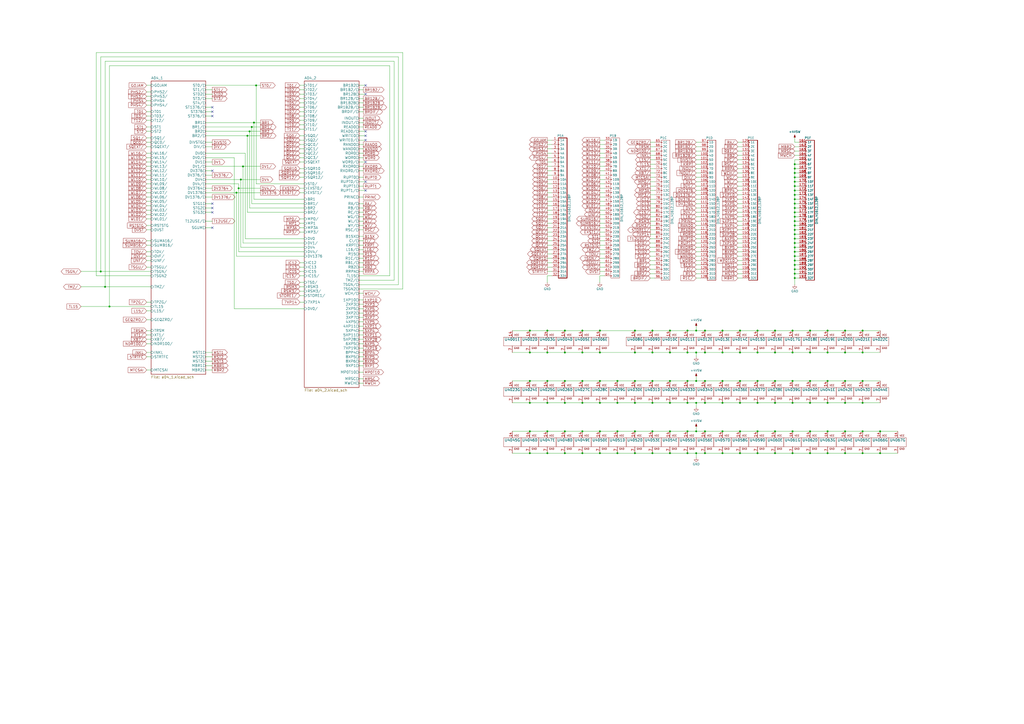
<source format=kicad_sch>
(kicad_sch (version 20211123) (generator eeschema)
  (paper "A2")
  (junction (at 398.78 262.89))
  (junction (at 347.98 262.89))
  (junction (at 429.26 220.98))
  (junction (at 137.16 111.76))
  (junction (at 449.58 262.89))
  (junction (at 429.26 262.89))
  (junction (at 388.62 220.98))
  (junction (at 429.26 204.47))
  (junction (at 510.54 250.19))
  (junction (at 368.3 220.98))
  (junction (at 403.86 220.98))
  (junction (at 469.9 233.68))
  (junction (at 461.01 153.67))
  (junction (at 337.82 220.98))
  (junction (at 358.14 262.89))
  (junction (at 408.94 204.47))
  (junction (at 347.98 191.77))
  (junction (at 337.82 191.77))
  (junction (at 368.3 191.77))
  (junction (at 337.82 262.89))
  (junction (at 358.14 233.68))
  (junction (at 403.86 233.68))
  (junction (at 490.22 191.77))
  (junction (at 461.01 113.03))
  (junction (at 429.26 233.68))
  (junction (at 388.62 262.89))
  (junction (at 58.42 157.48))
  (junction (at 317.5 233.68))
  (junction (at 388.62 233.68))
  (junction (at 327.66 262.89))
  (junction (at 429.26 191.77))
  (junction (at 398.78 220.98))
  (junction (at 461.01 143.51))
  (junction (at 490.22 233.68))
  (junction (at 307.34 204.47))
  (junction (at 138.43 109.22))
  (junction (at 439.42 191.77))
  (junction (at 408.94 220.98))
  (junction (at 317.5 191.77))
  (junction (at 63.5 177.8))
  (junction (at 368.3 250.19))
  (junction (at 144.78 76.2))
  (junction (at 388.62 204.47))
  (junction (at 337.82 204.47))
  (junction (at 358.14 220.98))
  (junction (at 469.9 204.47))
  (junction (at 469.9 220.98))
  (junction (at 439.42 262.89))
  (junction (at 461.01 100.33))
  (junction (at 368.3 233.68))
  (junction (at 449.58 233.68))
  (junction (at 347.98 250.19))
  (junction (at 398.78 233.68))
  (junction (at 398.78 191.77))
  (junction (at 317.5 262.89))
  (junction (at 403.86 262.89))
  (junction (at 408.94 191.77))
  (junction (at 490.22 250.19))
  (junction (at 461.01 138.43))
  (junction (at 429.26 250.19))
  (junction (at 327.66 191.77))
  (junction (at 347.98 220.98))
  (junction (at 461.01 105.41))
  (junction (at 317.5 250.19))
  (junction (at 388.62 191.77))
  (junction (at 510.54 262.89))
  (junction (at 147.32 71.12))
  (junction (at 500.38 250.19))
  (junction (at 461.01 97.79))
  (junction (at 307.34 262.89))
  (junction (at 459.74 204.47))
  (junction (at 461.01 115.57))
  (junction (at 480.06 204.47))
  (junction (at 317.5 204.47))
  (junction (at 419.1 220.98))
  (junction (at 368.3 262.89))
  (junction (at 439.42 220.98))
  (junction (at 439.42 233.68))
  (junction (at 419.1 233.68))
  (junction (at 461.01 102.87))
  (junction (at 60.96 166.37))
  (junction (at 490.22 262.89))
  (junction (at 337.82 250.19))
  (junction (at 327.66 204.47))
  (junction (at 500.38 262.89))
  (junction (at 461.01 148.59))
  (junction (at 480.06 233.68))
  (junction (at 408.94 262.89))
  (junction (at 480.06 250.19))
  (junction (at 347.98 204.47))
  (junction (at 378.46 204.47))
  (junction (at 408.94 233.68))
  (junction (at 449.58 191.77))
  (junction (at 490.22 204.47))
  (junction (at 419.1 204.47))
  (junction (at 449.58 220.98))
  (junction (at 327.66 233.68))
  (junction (at 378.46 233.68))
  (junction (at 459.74 191.77))
  (junction (at 378.46 250.19))
  (junction (at 398.78 250.19))
  (junction (at 459.74 250.19))
  (junction (at 419.1 250.19))
  (junction (at 461.01 110.49))
  (junction (at 378.46 191.77))
  (junction (at 461.01 151.13))
  (junction (at 307.34 191.77))
  (junction (at 461.01 161.29))
  (junction (at 459.74 233.68))
  (junction (at 461.01 118.11))
  (junction (at 449.58 204.47))
  (junction (at 146.05 73.66))
  (junction (at 439.42 204.47))
  (junction (at 307.34 250.19))
  (junction (at 358.14 250.19))
  (junction (at 378.46 262.89))
  (junction (at 459.74 262.89))
  (junction (at 461.01 156.21))
  (junction (at 461.01 123.19))
  (junction (at 469.9 262.89))
  (junction (at 461.01 158.75))
  (junction (at 461.01 130.81))
  (junction (at 327.66 250.19))
  (junction (at 139.7 104.14))
  (junction (at 461.01 107.95))
  (junction (at 368.3 204.47))
  (junction (at 419.1 191.77))
  (junction (at 317.5 220.98))
  (junction (at 480.06 220.98))
  (junction (at 469.9 191.77))
  (junction (at 500.38 220.98))
  (junction (at 337.82 233.68))
  (junction (at 403.86 250.19))
  (junction (at 461.01 146.05))
  (junction (at 490.22 220.98))
  (junction (at 461.01 135.89))
  (junction (at 461.01 128.27))
  (junction (at 408.94 250.19))
  (junction (at 449.58 250.19))
  (junction (at 398.78 204.47))
  (junction (at 388.62 250.19))
  (junction (at 461.01 120.65))
  (junction (at 480.06 262.89))
  (junction (at 307.34 220.98))
  (junction (at 469.9 250.19))
  (junction (at 500.38 204.47))
  (junction (at 148.59 49.53))
  (junction (at 461.01 125.73))
  (junction (at 327.66 220.98))
  (junction (at 461.01 95.25))
  (junction (at 439.42 250.19))
  (junction (at 419.1 262.89))
  (junction (at 459.74 220.98))
  (junction (at 143.51 78.74))
  (junction (at 378.46 220.98))
  (junction (at 347.98 233.68))
  (junction (at 140.97 96.52))
  (junction (at 480.06 191.77))
  (junction (at 403.86 191.77))
  (junction (at 403.86 204.47))
  (junction (at 500.38 191.77))
  (junction (at 461.01 140.97))
  (junction (at 500.38 233.68))
  (junction (at 461.01 133.35))
  (junction (at 307.34 233.68))
  (no_connect (at 123.19 120.65))
  (no_connect (at 123.19 67.31))
  (no_connect (at 123.19 118.11))
  (no_connect (at 212.09 81.28))
  (no_connect (at 123.19 123.19))
  (no_connect (at 212.09 93.98))
  (no_connect (at 123.19 64.77))
  (no_connect (at 212.09 76.2))
  (no_connect (at 123.19 132.08))
  (no_connect (at 212.09 78.74))
  (no_connect (at 123.19 99.06))
  (no_connect (at 212.09 105.41))
  (no_connect (at 212.09 110.49))
  (no_connect (at 212.09 49.53))
  (no_connect (at 123.19 62.23))
  (no_connect (at 212.09 54.61))
  (wire (pts (xy 469.9 262.89) (xy 480.06 262.89)))
  (wire (pts (xy 173.99 157.48) (xy 176.53 157.48)))
  (wire (pts (xy 459.74 220.98) (xy 469.9 220.98)))
  (wire (pts (xy 144.78 76.2) (xy 144.78 120.65)))
  (wire (pts (xy 403.86 92.71) (xy 406.4 92.71)))
  (wire (pts (xy 403.86 90.17) (xy 406.4 90.17)))
  (wire (pts (xy 307.34 233.68) (xy 317.5 233.68)))
  (wire (pts (xy 317.5 160.02) (xy 320.04 160.02)))
  (wire (pts (xy 337.82 233.68) (xy 347.98 233.68)))
  (wire (pts (xy 350.52 139.7) (xy 347.98 139.7)))
  (wire (pts (xy 377.19 115.57) (xy 379.73 115.57)))
  (wire (pts (xy 176.53 78.74) (xy 173.99 78.74)))
  (wire (pts (xy 138.43 109.22) (xy 151.13 109.22)))
  (wire (pts (xy 176.53 52.07) (xy 173.99 52.07)))
  (wire (pts (xy 379.73 135.89) (xy 377.19 135.89)))
  (wire (pts (xy 210.82 73.66) (xy 208.28 73.66)))
  (wire (pts (xy 480.06 220.98) (xy 490.22 220.98)))
  (wire (pts (xy 403.86 153.67) (xy 406.4 153.67)))
  (wire (pts (xy 173.99 152.4) (xy 176.53 152.4)))
  (wire (pts (xy 403.86 161.29) (xy 406.4 161.29)))
  (wire (pts (xy 317.5 250.19) (xy 327.66 250.19)))
  (wire (pts (xy 490.22 204.47) (xy 500.38 204.47)))
  (wire (pts (xy 210.82 199.39) (xy 208.28 199.39)))
  (wire (pts (xy 87.63 109.22) (xy 85.09 109.22)))
  (wire (pts (xy 208.28 194.31) (xy 210.82 194.31)))
  (wire (pts (xy 123.19 207.01) (xy 119.38 207.01)))
  (wire (pts (xy 469.9 220.98) (xy 480.06 220.98)))
  (wire (pts (xy 297.18 191.77) (xy 307.34 191.77)))
  (wire (pts (xy 461.01 110.49) (xy 463.55 110.49)))
  (wire (pts (xy 226.06 160.02) (xy 226.06 38.1)))
  (wire (pts (xy 87.63 124.46) (xy 85.09 124.46)))
  (wire (pts (xy 85.09 91.44) (xy 87.63 91.44)))
  (wire (pts (xy 439.42 262.89) (xy 449.58 262.89)))
  (wire (pts (xy 350.52 106.68) (xy 347.98 106.68)))
  (wire (pts (xy 406.4 118.11) (xy 403.86 118.11)))
  (wire (pts (xy 317.5 134.62) (xy 320.04 134.62)))
  (wire (pts (xy 320.04 147.32) (xy 317.5 147.32)))
  (wire (pts (xy 403.86 123.19) (xy 406.4 123.19)))
  (wire (pts (xy 403.86 148.59) (xy 406.4 148.59)))
  (wire (pts (xy 347.98 109.22) (xy 350.52 109.22)))
  (wire (pts (xy 119.38 111.76) (xy 137.16 111.76)))
  (wire (pts (xy 140.97 96.52) (xy 140.97 140.97)))
  (wire (pts (xy 377.19 161.29) (xy 379.73 161.29)))
  (wire (pts (xy 480.06 233.68) (xy 490.22 233.68)))
  (wire (pts (xy 403.86 120.65) (xy 406.4 120.65)))
  (wire (pts (xy 439.42 220.98) (xy 449.58 220.98)))
  (wire (pts (xy 210.82 149.86) (xy 208.28 149.86)))
  (wire (pts (xy 347.98 262.89) (xy 358.14 262.89)))
  (wire (pts (xy 427.99 156.21) (xy 430.53 156.21)))
  (wire (pts (xy 461.01 118.11) (xy 461.01 120.65)))
  (wire (pts (xy 449.58 204.47) (xy 459.74 204.47)))
  (wire (pts (xy 85.09 191.77) (xy 87.63 191.77)))
  (wire (pts (xy 461.01 153.67) (xy 463.55 153.67)))
  (wire (pts (xy 137.16 111.76) (xy 151.13 111.76)))
  (wire (pts (xy 87.63 119.38) (xy 85.09 119.38)))
  (wire (pts (xy 148.59 49.53) (xy 151.13 49.53)))
  (wire (pts (xy 173.99 74.93) (xy 176.53 74.93)))
  (wire (pts (xy 461.01 146.05) (xy 461.01 148.59)))
  (wire (pts (xy 85.09 214.63) (xy 87.63 214.63)))
  (wire (pts (xy 210.82 64.77) (xy 208.28 64.77)))
  (wire (pts (xy 317.5 132.08) (xy 320.04 132.08)))
  (wire (pts (xy 58.42 157.48) (xy 87.63 157.48)))
  (wire (pts (xy 210.82 99.06) (xy 208.28 99.06)))
  (wire (pts (xy 461.01 107.95) (xy 461.01 110.49)))
  (wire (pts (xy 368.3 250.19) (xy 378.46 250.19)))
  (wire (pts (xy 85.09 207.01) (xy 87.63 207.01)))
  (wire (pts (xy 461.01 113.03) (xy 463.55 113.03)))
  (wire (pts (xy 210.82 71.12) (xy 208.28 71.12)))
  (wire (pts (xy 461.01 95.25) (xy 463.55 95.25)))
  (wire (pts (xy 146.05 73.66) (xy 146.05 118.11)))
  (wire (pts (xy 210.82 83.82) (xy 208.28 83.82)))
  (wire (pts (xy 317.5 83.82) (xy 320.04 83.82)))
  (wire (pts (xy 377.19 120.65) (xy 379.73 120.65)))
  (wire (pts (xy 388.62 262.89) (xy 398.78 262.89)))
  (wire (pts (xy 406.4 113.03) (xy 403.86 113.03)))
  (wire (pts (xy 317.5 99.06) (xy 320.04 99.06)))
  (wire (pts (xy 46.99 177.8) (xy 63.5 177.8)))
  (wire (pts (xy 176.53 163.83) (xy 173.99 163.83)))
  (wire (pts (xy 85.09 146.05) (xy 87.63 146.05)))
  (wire (pts (xy 350.52 154.94) (xy 347.98 154.94)))
  (wire (pts (xy 173.99 109.22) (xy 176.53 109.22)))
  (wire (pts (xy 228.6 162.56) (xy 228.6 35.56)))
  (wire (pts (xy 208.28 165.1) (xy 231.14 165.1)))
  (wire (pts (xy 147.32 115.57) (xy 176.53 115.57)))
  (wire (pts (xy 368.3 220.98) (xy 378.46 220.98)))
  (wire (pts (xy 379.73 90.17) (xy 377.19 90.17)))
  (wire (pts (xy 461.01 85.09) (xy 463.55 85.09)))
  (wire (pts (xy 461.01 158.75) (xy 461.01 161.29)))
  (wire (pts (xy 461.01 161.29) (xy 463.55 161.29)))
  (wire (pts (xy 320.04 93.98) (xy 317.5 93.98)))
  (wire (pts (xy 119.38 93.98) (xy 123.19 93.98)))
  (wire (pts (xy 403.86 100.33) (xy 406.4 100.33)))
  (wire (pts (xy 173.99 59.69) (xy 176.53 59.69)))
  (wire (pts (xy 119.38 128.27) (xy 123.19 128.27)))
  (wire (pts (xy 439.42 250.19) (xy 449.58 250.19)))
  (wire (pts (xy 85.09 49.53) (xy 87.63 49.53)))
  (wire (pts (xy 403.86 265.43) (xy 403.86 262.89)))
  (wire (pts (xy 419.1 262.89) (xy 429.26 262.89)))
  (wire (pts (xy 210.82 96.52) (xy 208.28 96.52)))
  (wire (pts (xy 347.98 91.44) (xy 350.52 91.44)))
  (wire (pts (xy 430.53 138.43) (xy 427.99 138.43)))
  (wire (pts (xy 148.59 106.68) (xy 176.53 106.68)))
  (wire (pts (xy 173.99 54.61) (xy 176.53 54.61)))
  (wire (pts (xy 510.54 262.89) (xy 520.7 262.89)))
  (wire (pts (xy 403.86 156.21) (xy 406.4 156.21)))
  (wire (pts (xy 176.53 175.26) (xy 173.99 175.26)))
  (wire (pts (xy 347.98 149.86) (xy 350.52 149.86)))
  (wire (pts (xy 403.86 130.81) (xy 406.4 130.81)))
  (wire (pts (xy 173.99 69.85) (xy 176.53 69.85)))
  (wire (pts (xy 403.86 143.51) (xy 406.4 143.51)))
  (wire (pts (xy 210.82 59.69) (xy 208.28 59.69)))
  (wire (pts (xy 419.1 220.98) (xy 429.26 220.98)))
  (wire (pts (xy 377.19 123.19) (xy 379.73 123.19)))
  (wire (pts (xy 427.99 85.09) (xy 430.53 85.09)))
  (wire (pts (xy 317.5 86.36) (xy 320.04 86.36)))
  (wire (pts (xy 461.01 138.43) (xy 463.55 138.43)))
  (wire (pts (xy 87.63 73.66) (xy 85.09 73.66)))
  (wire (pts (xy 358.14 220.98) (xy 368.3 220.98)))
  (wire (pts (xy 233.68 30.48) (xy 55.88 30.48)))
  (wire (pts (xy 461.01 120.65) (xy 461.01 123.19)))
  (wire (pts (xy 320.04 154.94) (xy 317.5 154.94)))
  (wire (pts (xy 210.82 139.7) (xy 208.28 139.7)))
  (wire (pts (xy 379.73 118.11) (xy 377.19 118.11)))
  (wire (pts (xy 461.01 92.71) (xy 463.55 92.71)))
  (wire (pts (xy 317.5 109.22) (xy 320.04 109.22)))
  (wire (pts (xy 85.09 101.6) (xy 87.63 101.6)))
  (wire (pts (xy 461.01 80.01) (xy 461.01 82.55)))
  (wire (pts (xy 173.99 97.79) (xy 176.53 97.79)))
  (wire (pts (xy 173.99 91.44) (xy 176.53 91.44)))
  (wire (pts (xy 429.26 220.98) (xy 439.42 220.98)))
  (wire (pts (xy 449.58 262.89) (xy 459.74 262.89)))
  (wire (pts (xy 148.59 49.53) (xy 148.59 106.68)))
  (wire (pts (xy 119.38 106.68) (xy 138.43 106.68)))
  (wire (pts (xy 208.28 181.61) (xy 210.82 181.61)))
  (wire (pts (xy 377.19 148.59) (xy 379.73 148.59)))
  (wire (pts (xy 461.01 95.25) (xy 461.01 97.79)))
  (wire (pts (xy 350.52 83.82) (xy 347.98 83.82)))
  (wire (pts (xy 173.99 129.54) (xy 176.53 129.54)))
  (wire (pts (xy 87.63 99.06) (xy 85.09 99.06)))
  (wire (pts (xy 449.58 250.19) (xy 459.74 250.19)))
  (wire (pts (xy 210.82 219.71) (xy 208.28 219.71)))
  (wire (pts (xy 140.97 96.52) (xy 151.13 96.52)))
  (wire (pts (xy 173.99 49.53) (xy 176.53 49.53)))
  (wire (pts (xy 119.38 71.12) (xy 147.32 71.12)))
  (wire (pts (xy 403.86 204.47) (xy 408.94 204.47)))
  (wire (pts (xy 403.86 128.27) (xy 406.4 128.27)))
  (wire (pts (xy 212.09 81.28) (xy 208.28 81.28)))
  (wire (pts (xy 347.98 88.9) (xy 350.52 88.9)))
  (wire (pts (xy 461.01 120.65) (xy 463.55 120.65)))
  (wire (pts (xy 449.58 233.68) (xy 459.74 233.68)))
  (wire (pts (xy 427.99 92.71) (xy 430.53 92.71)))
  (wire (pts (xy 119.38 212.09) (xy 123.19 212.09)))
  (wire (pts (xy 327.66 262.89) (xy 337.82 262.89)))
  (wire (pts (xy 212.09 78.74) (xy 208.28 78.74)))
  (wire (pts (xy 461.01 135.89) (xy 463.55 135.89)))
  (wire (pts (xy 85.09 139.7) (xy 87.63 139.7)))
  (wire (pts (xy 406.4 107.95) (xy 403.86 107.95)))
  (wire (pts (xy 210.82 191.77) (xy 208.28 191.77)))
  (wire (pts (xy 377.19 97.79) (xy 379.73 97.79)))
  (wire (pts (xy 377.19 95.25) (xy 379.73 95.25)))
  (wire (pts (xy 210.82 189.23) (xy 208.28 189.23)))
  (wire (pts (xy 461.01 105.41) (xy 463.55 105.41)))
  (wire (pts (xy 510.54 250.19) (xy 520.7 250.19)))
  (wire (pts (xy 123.19 118.11) (xy 119.38 118.11)))
  (wire (pts (xy 317.5 101.6) (xy 320.04 101.6)))
  (wire (pts (xy 403.86 82.55) (xy 406.4 82.55)))
  (wire (pts (xy 123.19 209.55) (xy 119.38 209.55)))
  (wire (pts (xy 119.38 96.52) (xy 140.97 96.52)))
  (wire (pts (xy 144.78 120.65) (xy 176.53 120.65)))
  (wire (pts (xy 439.42 233.68) (xy 449.58 233.68)))
  (wire (pts (xy 406.4 110.49) (xy 403.86 110.49)))
  (wire (pts (xy 210.82 179.07) (xy 208.28 179.07)))
  (wire (pts (xy 210.82 201.93) (xy 208.28 201.93)))
  (wire (pts (xy 85.09 111.76) (xy 87.63 111.76)))
  (wire (pts (xy 461.01 146.05) (xy 463.55 146.05)))
  (wire (pts (xy 173.99 102.87) (xy 176.53 102.87)))
  (wire (pts (xy 439.42 191.77) (xy 449.58 191.77)))
  (wire (pts (xy 297.18 233.68) (xy 307.34 233.68)))
  (wire (pts (xy 210.82 147.32) (xy 208.28 147.32)))
  (wire (pts (xy 212.09 54.61) (xy 208.28 54.61)))
  (wire (pts (xy 210.82 204.47) (xy 208.28 204.47)))
  (wire (pts (xy 85.09 64.77) (xy 87.63 64.77)))
  (wire (pts (xy 208.28 130.81) (xy 210.82 130.81)))
  (wire (pts (xy 377.19 133.35) (xy 379.73 133.35)))
  (wire (pts (xy 119.38 88.9) (xy 142.24 88.9)))
  (wire (pts (xy 210.82 123.19) (xy 208.28 123.19)))
  (wire (pts (xy 317.5 111.76) (xy 320.04 111.76)))
  (wire (pts (xy 173.99 166.37) (xy 176.53 166.37)))
  (wire (pts (xy 347.98 233.68) (xy 358.14 233.68)))
  (wire (pts (xy 350.52 132.08) (xy 347.98 132.08)))
  (wire (pts (xy 368.3 262.89) (xy 378.46 262.89)))
  (wire (pts (xy 85.09 121.92) (xy 87.63 121.92)))
  (wire (pts (xy 398.78 220.98) (xy 403.86 220.98)))
  (wire (pts (xy 377.19 158.75) (xy 379.73 158.75)))
  (wire (pts (xy 173.99 64.77) (xy 176.53 64.77)))
  (wire (pts (xy 379.73 125.73) (xy 377.19 125.73)))
  (wire (pts (xy 403.86 95.25) (xy 406.4 95.25)))
  (wire (pts (xy 408.94 262.89) (xy 419.1 262.89)))
  (wire (pts (xy 398.78 191.77) (xy 403.86 191.77)))
  (wire (pts (xy 368.3 233.68) (xy 378.46 233.68)))
  (wire (pts (xy 46.99 166.37) (xy 60.96 166.37)))
  (wire (pts (xy 317.5 127) (xy 320.04 127)))
  (wire (pts (xy 317.5 114.3) (xy 320.04 114.3)))
  (wire (pts (xy 210.82 142.24) (xy 208.28 142.24)))
  (wire (pts (xy 430.53 161.29) (xy 427.99 161.29)))
  (wire (pts (xy 461.01 125.73) (xy 463.55 125.73)))
  (wire (pts (xy 210.82 222.25) (xy 208.28 222.25)))
  (wire (pts (xy 403.86 191.77) (xy 408.94 191.77)))
  (wire (pts (xy 58.42 33.02) (xy 58.42 157.48)))
  (wire (pts (xy 119.38 57.15) (xy 123.19 57.15)))
  (wire (pts (xy 461.01 148.59) (xy 461.01 151.13)))
  (wire (pts (xy 210.82 196.85) (xy 208.28 196.85)))
  (wire (pts (xy 461.01 133.35) (xy 461.01 135.89)))
  (wire (pts (xy 403.86 97.79) (xy 406.4 97.79)))
  (wire (pts (xy 210.82 209.55) (xy 208.28 209.55)))
  (wire (pts (xy 461.01 92.71) (xy 461.01 95.25)))
  (wire (pts (xy 377.19 82.55) (xy 379.73 82.55)))
  (wire (pts (xy 461.01 143.51) (xy 461.01 146.05)))
  (wire (pts (xy 430.53 125.73) (xy 427.99 125.73)))
  (wire (pts (xy 146.05 118.11) (xy 176.53 118.11)))
  (wire (pts (xy 368.3 191.77) (xy 378.46 191.77)))
  (wire (pts (xy 317.5 160.02) (xy 317.5 163.83)))
  (wire (pts (xy 461.01 156.21) (xy 463.55 156.21)))
  (wire (pts (xy 317.5 129.54) (xy 320.04 129.54)))
  (wire (pts (xy 408.94 250.19) (xy 419.1 250.19)))
  (wire (pts (xy 408.94 204.47) (xy 419.1 204.47)))
  (wire (pts (xy 87.63 130.81) (xy 85.09 130.81)))
  (wire (pts (xy 208.28 207.01) (xy 210.82 207.01)))
  (wire (pts (xy 429.26 204.47) (xy 439.42 204.47)))
  (wire (pts (xy 388.62 191.77) (xy 398.78 191.77)))
  (wire (pts (xy 347.98 137.16) (xy 350.52 137.16)))
  (wire (pts (xy 377.19 140.97) (xy 379.73 140.97)))
  (wire (pts (xy 461.01 151.13) (xy 461.01 153.67)))
  (wire (pts (xy 317.5 121.92) (xy 320.04 121.92)))
  (wire (pts (xy 147.32 71.12) (xy 151.13 71.12)))
  (wire (pts (xy 231.14 33.02) (xy 58.42 33.02)))
  (wire (pts (xy 403.86 158.75) (xy 406.4 158.75)))
  (wire (pts (xy 408.94 220.98) (xy 419.1 220.98)))
  (wire (pts (xy 347.98 111.76) (xy 350.52 111.76)))
  (wire (pts (xy 208.28 160.02) (xy 226.06 160.02)))
  (wire (pts (xy 210.82 118.11) (xy 208.28 118.11)))
  (wire (pts (xy 60.96 166.37) (xy 87.63 166.37)))
  (wire (pts (xy 500.38 204.47) (xy 510.54 204.47)))
  (wire (pts (xy 231.14 165.1) (xy 231.14 33.02)))
  (wire (pts (xy 427.99 140.97) (xy 430.53 140.97)))
  (wire (pts (xy 210.82 157.48) (xy 208.28 157.48)))
  (wire (pts (xy 317.5 119.38) (xy 320.04 119.38)))
  (wire (pts (xy 123.19 54.61) (xy 119.38 54.61)))
  (wire (pts (xy 358.14 262.89) (xy 368.3 262.89)))
  (wire (pts (xy 427.99 87.63) (xy 430.53 87.63)))
  (wire (pts (xy 210.82 152.4) (xy 208.28 152.4)))
  (wire (pts (xy 377.19 102.87) (xy 379.73 102.87)))
  (wire (pts (xy 176.53 168.91) (xy 173.99 168.91)))
  (wire (pts (xy 85.09 127) (xy 87.63 127)))
  (wire (pts (xy 461.01 151.13) (xy 463.55 151.13)))
  (wire (pts (xy 350.52 93.98) (xy 347.98 93.98)))
  (wire (pts (xy 119.38 78.74) (xy 143.51 78.74)))
  (wire (pts (xy 307.34 250.19) (xy 317.5 250.19)))
  (wire (pts (xy 210.82 173.99) (xy 208.28 173.99)))
  (wire (pts (xy 490.22 262.89) (xy 500.38 262.89)))
  (wire (pts (xy 87.63 104.14) (xy 85.09 104.14)))
  (wire (pts (xy 427.99 95.25) (xy 430.53 95.25)))
  (wire (pts (xy 210.82 57.15) (xy 208.28 57.15)))
  (wire (pts (xy 427.99 135.89) (xy 430.53 135.89)))
  (wire (pts (xy 461.01 102.87) (xy 463.55 102.87)))
  (wire (pts (xy 87.63 67.31) (xy 85.09 67.31)))
  (wire (pts (xy 350.52 144.78) (xy 347.98 144.78)))
  (wire (pts (xy 307.34 204.47) (xy 317.5 204.47)))
  (wire (pts (xy 490.22 191.77) (xy 500.38 191.77)))
  (wire (pts (xy 379.73 110.49) (xy 377.19 110.49)))
  (wire (pts (xy 350.52 86.36) (xy 347.98 86.36)))
  (wire (pts (xy 337.82 220.98) (xy 347.98 220.98)))
  (wire (pts (xy 143.51 123.19) (xy 176.53 123.19)))
  (wire (pts (xy 85.09 194.31) (xy 87.63 194.31)))
  (wire (pts (xy 377.19 156.21) (xy 379.73 156.21)))
  (wire (pts (xy 469.9 250.19) (xy 480.06 250.19)))
  (wire (pts (xy 85.09 133.35) (xy 87.63 133.35)))
  (wire (pts (xy 469.9 204.47) (xy 480.06 204.47)))
  (wire (pts (xy 379.73 100.33) (xy 377.19 100.33)))
  (wire (pts (xy 427.99 123.19) (xy 430.53 123.19)))
  (wire (pts (xy 123.19 204.47) (xy 119.38 204.47)))
  (wire (pts (xy 480.06 262.89) (xy 490.22 262.89)))
  (wire (pts (xy 137.16 111.76) (xy 137.16 148.59)))
  (wire (pts (xy 427.99 90.17) (xy 430.53 90.17)))
  (wire (pts (xy 461.01 135.89) (xy 461.01 138.43)))
  (wire (pts (xy 55.88 160.02) (xy 87.63 160.02)))
  (wire (pts (xy 212.09 76.2) (xy 208.28 76.2)))
  (wire (pts (xy 379.73 105.41) (xy 377.19 105.41)))
  (wire (pts (xy 350.52 116.84) (xy 347.98 116.84)))
  (wire (pts (xy 347.98 129.54) (xy 350.52 129.54)))
  (wire (pts (xy 327.66 233.68) (xy 337.82 233.68)))
  (wire (pts (xy 85.09 60.96) (xy 87.63 60.96)))
  (wire (pts (xy 378.46 204.47) (xy 388.62 204.47)))
  (wire (pts (xy 143.51 78.74) (xy 143.51 123.19)))
  (wire (pts (xy 403.86 133.35) (xy 406.4 133.35)))
  (wire (pts (xy 378.46 262.89) (xy 388.62 262.89)))
  (wire (pts (xy 210.82 184.15) (xy 208.28 184.15)))
  (wire (pts (xy 233.68 167.64) (xy 233.68 30.48)))
  (wire (pts (xy 208.28 154.94) (xy 210.82 154.94)))
  (wire (pts (xy 176.53 127) (xy 173.99 127)))
  (wire (pts (xy 459.74 262.89) (xy 469.9 262.89)))
  (wire (pts (xy 337.82 262.89) (xy 347.98 262.89)))
  (wire (pts (xy 87.63 204.47) (xy 85.09 204.47)))
  (wire (pts (xy 337.82 250.19) (xy 347.98 250.19)))
  (wire (pts (xy 60.96 35.56) (xy 60.96 166.37)))
  (wire (pts (xy 378.46 220.98) (xy 388.62 220.98)))
  (wire (pts (xy 469.9 191.77) (xy 480.06 191.77)))
  (wire (pts (xy 123.19 99.06) (xy 119.38 99.06)))
  (wire (pts (xy 469.9 233.68) (xy 480.06 233.68)))
  (wire (pts (xy 173.99 134.62) (xy 176.53 134.62)))
  (wire (pts (xy 320.04 152.4) (xy 317.5 152.4)))
  (wire (pts (xy 427.99 120.65) (xy 430.53 120.65)))
  (wire (pts (xy 461.01 125.73) (xy 461.01 128.27)))
  (wire (pts (xy 429.26 233.68) (xy 439.42 233.68)))
  (wire (pts (xy 427.99 82.55) (xy 430.53 82.55)))
  (wire (pts (xy 135.89 91.44) (xy 135.89 179.07)))
  (wire (pts (xy 377.19 153.67) (xy 379.73 153.67)))
  (wire (pts (xy 403.86 233.68) (xy 408.94 233.68)))
  (wire (pts (xy 208.28 162.56) (xy 228.6 162.56)))
  (wire (pts (xy 87.63 88.9) (xy 85.09 88.9)))
  (wire (pts (xy 406.4 85.09) (xy 403.86 85.09)))
  (wire (pts (xy 461.01 123.19) (xy 463.55 123.19)))
  (wire (pts (xy 403.86 189.23) (xy 403.86 191.77)))
  (wire (pts (xy 210.82 144.78) (xy 208.28 144.78)))
  (wire (pts (xy 347.98 220.98) (xy 358.14 220.98)))
  (wire (pts (xy 123.19 123.19) (xy 119.38 123.19)))
  (wire (pts (xy 210.82 170.18) (xy 208.28 170.18)))
  (wire (pts (xy 210.82 114.3) (xy 208.28 114.3)))
  (wire (pts (xy 379.73 85.09) (xy 377.19 85.09)))
  (wire (pts (xy 144.78 76.2) (xy 151.13 76.2)))
  (wire (pts (xy 427.99 102.87) (xy 430.53 102.87)))
  (wire (pts (xy 403.86 218.44) (xy 403.86 220.98)))
  (wire (pts (xy 210.82 52.07) (xy 208.28 52.07)))
  (wire (pts (xy 429.26 250.19) (xy 439.42 250.19)))
  (wire (pts (xy 378.46 250.19) (xy 388.62 250.19)))
  (wire (pts (xy 430.53 115.57) (xy 427.99 115.57)))
  (wire (pts (xy 427.99 113.03) (xy 430.53 113.03)))
  (wire (pts (xy 461.01 113.03) (xy 461.01 115.57)))
  (wire (pts (xy 85.09 76.2) (xy 87.63 76.2)))
  (wire (pts (xy 427.99 110.49) (xy 430.53 110.49)))
  (wire (pts (xy 210.82 88.9) (xy 208.28 88.9)))
  (wire (pts (xy 347.98 250.19) (xy 358.14 250.19)))
  (wire (pts (xy 210.82 128.27) (xy 208.28 128.27)))
  (wire (pts (xy 210.82 120.65) (xy 208.28 120.65)))
  (wire (pts (xy 459.74 250.19) (xy 469.9 250.19)))
  (wire (pts (xy 87.63 151.13) (xy 85.09 151.13)))
  (wire (pts (xy 85.09 196.85) (xy 87.63 196.85)))
  (wire (pts (xy 317.5 91.44) (xy 320.04 91.44)))
  (wire (pts (xy 427.99 107.95) (xy 430.53 107.95)))
  (wire (pts (xy 87.63 58.42) (xy 85.09 58.42)))
  (wire (pts (xy 210.82 186.69) (xy 208.28 186.69)))
  (wire (pts (xy 85.09 53.34) (xy 87.63 53.34)))
  (wire (pts (xy 210.82 107.95) (xy 208.28 107.95)))
  (wire (pts (xy 459.74 233.68) (xy 469.9 233.68)))
  (wire (pts (xy 461.01 148.59) (xy 463.55 148.59)))
  (wire (pts (xy 403.86 250.19) (xy 408.94 250.19)))
  (wire (pts (xy 85.09 154.94) (xy 87.63 154.94)))
  (wire (pts (xy 403.86 220.98) (xy 408.94 220.98)))
  (wire (pts (xy 307.34 220.98) (xy 317.5 220.98)))
  (wire (pts (xy 398.78 204.47) (xy 403.86 204.47)))
  (wire (pts (xy 347.98 160.02) (xy 350.52 160.02)))
  (wire (pts (xy 419.1 250.19) (xy 429.26 250.19)))
  (wire (pts (xy 123.19 67.31) (xy 119.38 67.31)))
  (wire (pts (xy 490.22 233.68) (xy 500.38 233.68)))
  (wire (pts (xy 427.99 153.67) (xy 430.53 153.67)))
  (wire (pts (xy 85.09 69.85) (xy 87.63 69.85)))
  (wire (pts (xy 427.99 130.81) (xy 430.53 130.81)))
  (wire (pts (xy 210.82 102.87) (xy 208.28 102.87)))
  (wire (pts (xy 408.94 233.68) (xy 419.1 233.68)))
  (wire (pts (xy 500.38 233.68) (xy 510.54 233.68)))
  (wire (pts (xy 317.5 204.47) (xy 327.66 204.47)))
  (wire (pts (xy 377.19 138.43) (xy 379.73 138.43)))
  (wire (pts (xy 430.53 128.27) (xy 427.99 128.27)))
  (wire (pts (xy 461.01 128.27) (xy 463.55 128.27)))
  (wire (pts (xy 176.53 62.23) (xy 173.99 62.23)))
  (wire (pts (xy 317.5 157.48) (xy 320.04 157.48)))
  (wire (pts (xy 403.86 151.13) (xy 406.4 151.13)))
  (wire (pts (xy 350.52 134.62) (xy 347.98 134.62)))
  (wire (pts (xy 358.14 250.19) (xy 368.3 250.19)))
  (wire (pts (xy 87.63 142.24) (xy 85.09 142.24)))
  (wire (pts (xy 350.52 124.46) (xy 347.98 124.46)))
  (wire (pts (xy 461.01 102.87) (xy 461.01 105.41)))
  (wire (pts (xy 419.1 204.47) (xy 429.26 204.47)))
  (wire (pts (xy 406.4 115.57) (xy 403.86 115.57)))
  (wire (pts (xy 461.01 118.11) (xy 463.55 118.11)))
  (wire (pts (xy 403.86 207.01) (xy 403.86 204.47)))
  (wire (pts (xy 146.05 73.66) (xy 151.13 73.66)))
  (wire (pts (xy 85.09 175.26) (xy 87.63 175.26)))
  (wire (pts (xy 226.06 38.1) (xy 63.5 38.1)))
  (wire (pts (xy 173.99 171.45) (xy 176.53 171.45)))
  (wire (pts (xy 427.99 118.11) (xy 430.53 118.11)))
  (wire (pts (xy 176.53 88.9) (xy 173.99 88.9)))
  (wire (pts (xy 379.73 130.81) (xy 377.19 130.81)))
  (wire (pts (xy 176.53 111.76) (xy 173.99 111.76)))
  (wire (pts (xy 142.24 88.9) (xy 142.24 138.43)))
  (wire (pts (xy 139.7 104.14) (xy 139.7 143.51)))
  (wire (pts (xy 85.09 106.68) (xy 87.63 106.68)))
  (wire (pts (xy 337.82 191.77) (xy 347.98 191.77)))
  (wire (pts (xy 378.46 233.68) (xy 388.62 233.68)))
  (wire (pts (xy 85.09 116.84) (xy 87.63 116.84)))
  (wire (pts (xy 317.5 233.68) (xy 327.66 233.68)))
  (wire (pts (xy 176.53 57.15) (xy 173.99 57.15)))
  (wire (pts (xy 317.5 104.14) (xy 320.04 104.14)))
  (wire (pts (xy 317.5 96.52) (xy 320.04 96.52)))
  (wire (pts (xy 119.38 49.53) (xy 148.59 49.53)))
  (wire (pts (xy 317.5 220.98) (xy 327.66 220.98)))
  (wire (pts (xy 87.63 55.88) (xy 85.09 55.88)))
  (wire (pts (xy 210.82 125.73) (xy 208.28 125.73)))
  (wire (pts (xy 307.34 191.77) (xy 317.5 191.77)))
  (wire (pts (xy 461.01 100.33) (xy 463.55 100.33)))
  (wire (pts (xy 350.52 152.4) (xy 347.98 152.4)))
  (wire (pts (xy 208.28 167.64) (xy 233.68 167.64)))
  (wire (pts (xy 480.06 250.19) (xy 490.22 250.19)))
  (wire (pts (xy 461.01 110.49) (xy 461.01 113.03)))
  (wire (pts (xy 406.4 105.41) (xy 403.86 105.41)))
  (wire (pts (xy 347.98 191.77) (xy 368.3 191.77)))
  (wire (pts (xy 461.01 130.81) (xy 463.55 130.81)))
  (wire (pts (xy 142.24 138.43) (xy 176.53 138.43)))
  (wire (pts (xy 210.82 133.35) (xy 208.28 133.35)))
  (wire (pts (xy 143.51 78.74) (xy 151.13 78.74)))
  (wire (pts (xy 327.66 191.77) (xy 337.82 191.77)))
  (wire (pts (xy 461.01 90.17) (xy 463.55 90.17)))
  (wire (pts (xy 320.04 81.28) (xy 317.5 81.28)))
  (wire (pts (xy 85.09 85.09) (xy 87.63 85.09)))
  (wire (pts (xy 210.82 215.9) (xy 208.28 215.9)))
  (wire (pts (xy 461.01 100.33) (xy 461.01 102.87)))
  (wire (pts (xy 85.09 199.39) (xy 87.63 199.39)))
  (wire (pts (xy 137.16 148.59) (xy 176.53 148.59)))
  (wire (pts (xy 119.38 76.2) (xy 144.78 76.2)))
  (wire (pts (xy 406.4 102.87) (xy 403.86 102.87)))
  (wire (pts (xy 119.38 91.44) (xy 135.89 91.44)))
  (wire (pts (xy 403.86 87.63) (xy 406.4 87.63)))
  (wire (pts (xy 176.53 100.33) (xy 173.99 100.33)))
  (wire (pts (xy 461.01 87.63) (xy 463.55 87.63)))
  (wire (pts (xy 176.53 132.08) (xy 173.99 132.08)))
  (wire (pts (xy 459.74 204.47) (xy 469.9 204.47)))
  (wire (pts (xy 347.98 121.92) (xy 350.52 121.92)))
  (wire (pts (xy 461.01 156.21) (xy 461.01 158.75)))
  (wire (pts (xy 138.43 109.22) (xy 138.43 146.05)))
  (wire (pts (xy 461.01 105.41) (xy 461.01 107.95)))
  (wire (pts (xy 377.19 113.03) (xy 379.73 113.03)))
  (wire (pts (xy 377.19 146.05) (xy 379.73 146.05)))
  (wire (pts (xy 490.22 250.19) (xy 500.38 250.19)))
  (wire (pts (xy 297.18 220.98) (xy 307.34 220.98)))
  (wire (pts (xy 55.88 30.48) (xy 55.88 160.02)))
  (wire (pts (xy 119.38 120.65) (xy 123.19 120.65)))
  (wire (pts (xy 173.99 160.02) (xy 176.53 160.02)))
  (wire (pts (xy 176.53 67.31) (xy 173.99 67.31)))
  (wire (pts (xy 461.01 138.43) (xy 461.01 140.97)))
  (wire (pts (xy 427.99 133.35) (xy 430.53 133.35)))
  (wire (pts (xy 347.98 147.32) (xy 350.52 147.32)))
  (wire (pts (xy 210.82 212.09) (xy 208.28 212.09)))
  (wire (pts (xy 379.73 92.71) (xy 377.19 92.71)))
  (wire (pts (xy 500.38 262.89) (xy 510.54 262.89)))
  (wire (pts (xy 347.98 204.47) (xy 368.3 204.47)))
  (wire (pts (xy 347.98 81.28) (xy 350.52 81.28)))
  (wire (pts (xy 403.86 138.43) (xy 406.4 138.43)))
  (wire (pts (xy 427.99 148.59) (xy 430.53 148.59)))
  (wire (pts (xy 419.1 191.77) (xy 429.26 191.77)))
  (wire (pts (xy 398.78 262.89) (xy 403.86 262.89)))
  (wire (pts (xy 119.38 52.07) (xy 123.19 52.07)))
  (wire (pts (xy 350.52 119.38) (xy 347.98 119.38)))
  (wire (pts (xy 427.99 100.33) (xy 430.53 100.33)))
  (wire (pts (xy 212.09 93.98) (xy 208.28 93.98)))
  (wire (pts (xy 461.01 82.55) (xy 463.55 82.55)))
  (wire (pts (xy 403.86 262.89) (xy 408.94 262.89)))
  (wire (pts (xy 87.63 93.98) (xy 85.09 93.98)))
  (wire (pts (xy 403.86 247.65) (xy 403.86 250.19)))
  (wire (pts (xy 327.66 204.47) (xy 337.82 204.47)))
  (wire (pts (xy 377.19 87.63) (xy 379.73 87.63)))
  (wire (pts (xy 123.19 214.63) (xy 119.38 214.63)))
  (wire (pts (xy 347.98 157.48) (xy 350.52 157.48)))
  (wire (pts (xy 461.01 133.35) (xy 463.55 133.35)))
  (wire (pts (xy 388.62 233.68) (xy 398.78 233.68)))
  (wire (pts (xy 427.99 151.13) (xy 430.53 151.13)))
  (wire (pts (xy 500.38 220.98) (xy 510.54 220.98)))
  (wire (pts (xy 320.04 149.86) (xy 317.5 149.86)))
  (wire (pts (xy 490.22 220.98) (xy 500.38 220.98)))
  (wire (pts (xy 123.19 62.23) (xy 119.38 62.23)))
  (wire (pts (xy 358.14 233.68) (xy 368.3 233.68)))
  (wire (pts (xy 138.43 146.05) (xy 176.53 146.05)))
  (wire (pts (xy 87.63 114.3) (xy 85.09 114.3)))
  (wire (pts (xy 139.7 104.14) (xy 151.13 104.14)))
  (wire (pts (xy 173.99 86.36) (xy 176.53 86.36)))
  (wire (pts (xy 210.82 176.53) (xy 208.28 176.53)))
  (wire (pts (xy 327.66 250.19) (xy 337.82 250.19)))
  (wire (pts (xy 368.3 204.47) (xy 378.46 204.47)))
  (wire (pts (xy 403.86 236.22) (xy 403.86 233.68)))
  (wire (pts (xy 461.01 130.81) (xy 461.01 133.35)))
  (wire (pts (xy 350.52 127) (xy 347.98 127)))
  (wire (pts (xy 439.42 204.47) (xy 449.58 204.47)))
  (wire (pts (xy 212.09 49.53) (xy 208.28 49.53)))
  (wire (pts (xy 176.53 72.39) (xy 173.99 72.39)))
  (wire (pts (xy 85.09 80.01) (xy 87.63 80.01)))
  (wire (pts (xy 135.89 179.07) (xy 176.53 179.07)))
  (wire (pts (xy 327.66 220.98) (xy 337.82 220.98)))
  (wire (pts (xy 461.01 143.51) (xy 463.55 143.51)))
  (wire (pts (xy 427.99 97.79) (xy 430.53 97.79)))
  (wire (pts (xy 210.82 137.16) (xy 208.28 137.16)))
  (wire (pts (xy 210.82 62.23) (xy 208.28 62.23)))
  (wire (pts (xy 138.43 106.68) (xy 138.43 109.22)))
  (wire (pts (xy 461.01 97.79) (xy 461.01 100.33)))
  (wire (pts (xy 429.26 191.77) (xy 439.42 191.77)))
  (wire (pts (xy 461.01 123.19) (xy 461.01 125.73)))
  (wire (pts (xy 347.98 101.6) (xy 350.52 101.6)))
  (wire (pts (xy 119.38 85.09) (xy 123.19 85.09)))
  (wire (pts (xy 480.06 191.77) (xy 490.22 191.77)))
  (wire (pts (xy 119.38 64.77) (xy 123.19 64.77)))
  (wire (pts (xy 347.98 114.3) (xy 350.52 114.3)))
  (wire (pts (xy 427.99 105.41) (xy 430.53 105.41)))
  (wire (pts (xy 403.86 125.73) (xy 406.4 125.73)))
  (wire (pts (xy 85.09 148.59) (xy 87.63 148.59)))
  (wire (pts (xy 403.86 146.05) (xy 406.4 146.05)))
  (wire (pts (xy 377.19 151.13) (xy 379.73 151.13)))
  (wire (pts (xy 212.09 110.49) (xy 208.28 110.49)))
  (wire (pts (xy 317.5 142.24) (xy 320.04 142.24)))
  (wire (pts (xy 119.38 73.66) (xy 146.05 73.66)))
  (wire (pts (xy 317.5 116.84) (xy 320.04 116.84)))
  (wire (pts (xy 63.5 177.8) (xy 87.63 177.8)))
  (wire (pts (xy 500.38 250.19) (xy 510.54 250.19)))
  (wire (pts (xy 350.52 96.52) (xy 347.98 96.52)))
  (wire (pts (xy 337.82 204.47) (xy 347.98 204.47)))
  (wire (pts (xy 459.74 191.77) (xy 469.9 191.77)))
  (wire (pts (xy 430.53 146.05) (xy 427.99 146.05)))
  (wire (pts (xy 377.19 107.95) (xy 379.73 107.95)))
  (wire (pts (xy 429.26 262.89) (xy 439.42 262.89)))
  (wire (pts (xy 419.1 233.68) (xy 429.26 233.68)))
  (wire (pts (xy 398.78 233.68) (xy 403.86 233.68)))
  (wire (pts (xy 317.5 106.68) (xy 320.04 106.68)))
  (wire (pts (xy 85.09 96.52) (xy 87.63 96.52)))
  (wire (pts (xy 297.18 204.47) (xy 307.34 204.47)))
  (wire (pts (xy 461.01 115.57) (xy 461.01 118.11)))
  (wire (pts (xy 461.01 128.27) (xy 461.01 130.81)))
  (wire (pts (xy 449.58 220.98) (xy 459.74 220.98)))
  (wire (pts (xy 461.01 115.57) (xy 463.55 115.57)))
  (wire (pts (xy 297.18 250.19) (xy 307.34 250.19)))
  (wire (pts (xy 461.01 153.67) (xy 461.01 156.21)))
  (wire (pts (xy 46.99 157.48) (xy 58.42 157.48)))
  (wire (pts (xy 307.34 262.89) (xy 317.5 262.89)))
  (wire (pts (xy 147.32 71.12) (xy 147.32 115.57)))
  (wire (pts (xy 377.19 128.27) (xy 379.73 128.27)))
  (wire (pts (xy 449.58 191.77) (xy 459.74 191.77)))
  (wire (pts (xy 63.5 38.1) (xy 63.5 177.8)))
  (wire (pts (xy 210.82 68.58) (xy 208.28 68.58)))
  (wire (pts (xy 500.38 191.77) (xy 510.54 191.77)))
  (wire (pts (xy 176.53 154.94) (xy 173.99 154.94)))
  (wire (pts (xy 119.38 101.6) (xy 123.19 101.6)))
  (wire (pts (xy 297.18 262.89) (xy 307.34 262.89)))
  (wire (pts (xy 461.01 140.97) (xy 463.55 140.97)))
  (wire (pts (xy 210.82 91.44) (xy 208.28 91.44)))
  (wire (pts (xy 119.38 109.22) (xy 123.19 109.22)))
  (wire (pts (xy 317.5 139.7) (xy 320.04 139.7)))
  (wire (pts (xy 461.01 158.75) (xy 463.55 158.75)))
  (wire (pts (xy 140.97 140.97) (xy 176.53 140.97)))
  (wire (pts (xy 317.5 88.9) (xy 320.04 88.9)))
  (wire (pts (xy 176.53 83.82) (xy 173.99 83.82)))
  (wire (pts (xy 403.86 140.97) (xy 406.4 140.97)))
  (wire (pts (xy 347.98 99.06) (xy 350.52 99.06)))
  (wire (pts (xy 350.52 142.24) (xy 347.98 142.24)))
  (wire (pts (xy 408.94 191.77) (xy 419.1 191.77)))
  (wire (pts (xy 388.62 250.19) (xy 398.78 250.19)))
  (wire (pts (xy 123.19 82.55) (xy 119.38 82.55)))
  (wire (pts (xy 85.09 82.55) (xy 87.63 82.55)))
  (wire (pts (xy 85.09 180.34) (xy 87.63 180.34)))
  (wire (pts (xy 398.78 250.19) (xy 403.86 250.19)))
  (wire (pts (xy 210.82 86.36) (xy 208.28 86.36)))
  (wire (pts (xy 123.19 132.08) (xy 119.38 132.08)))
  (wire (pts (xy 119.38 104.14) (xy 139.7 104.14)))
  (wire (pts (xy 388.62 204.47) (xy 398.78 204.47)))
  (wire (pts (xy 176.53 93.98) (xy 173.99 93.98)))
  (wire (pts (xy 350.52 104.14) (xy 347.98 104.14)))
  (wire (pts (xy 480.06 204.47) (xy 490.22 204.47)))
  (wire (pts (xy 430.53 143.51) (xy 427.99 143.51)))
  (wire (pts (xy 347.98 163.83) (xy 347.98 160.02)))
  (wire (pts (xy 461.01 97.79) (xy 463.55 97.79)))
  (wire (pts (xy 212.09 105.41) (xy 208.28 105.41)))
  (wire (pts (xy 139.7 143.51) (xy 176.53 143.51)))
  (wire (pts (xy 388.62 220.98) (xy 398.78 220.98)))
  (wire (pts (xy 317.5 124.46) (xy 320.04 124.46)))
  (wire (pts (xy 427.99 158.75) (xy 430.53 158.75)))
  (wire (pts (xy 317.5 262.89) (xy 327.66 262.89)))
  (wire (pts (xy 87.63 185.42) (xy 85.09 185.42)))
  (wire (pts (xy 320.04 144.78) (xy 317.5 144.78)))
  (wire (pts (xy 461.01 161.29) (xy 461.01 165.1)))
  (wire (pts (xy 173.99 81.28) (xy 176.53 81.28)))
  (wire (pts (xy 461.01 107.95) (xy 463.55 107.95)))
  (wire (pts (xy 461.01 140.97) (xy 461.01 143.51)))
  (wire (pts (xy 403.86 135.89) (xy 406.4 135.89)))
  (wire (pts (xy 377.19 143.51) (xy 379.73 143.51)))
  (wire (pts (xy 228.6 35.56) (xy 60.96 35.56)))
  (wire (pts (xy 317.5 191.77) (xy 327.66 191.77)))
  (wire (pts (xy 317.5 137.16) (xy 320.04 137.16)))
  (wire (pts (xy 119.38 114.3) (xy 123.19 114.3)))
  (wire (pts (xy 378.46 191.77) (xy 388.62 191.77)))
  (global_label "MTCSAI" (shape output) (at 377.19 102.87 180) (effects (font (size 1.524 1.524))) (property "Referenzen zwischen Schaltplänen" "${INTERSHEET_REFS}" (effects hide)))
  (global_label "WL05/" (shape input) (at 85.09 116.84 180) (effects (font (size 1.524 1.524))) (property "Referenzen zwischen Schaltplänen" "${INTERSHEET_REFS}" (effects hide)))
  (global_label "IC15" (shape input) (at 173.99 157.48 180) (effects (font (size 1.524 1.524))) (property "Referenzen zwischen Schaltplänen" "${INTERSHEET_REFS}" (effects hide)))
  (global_label "TMZ/" (shape bidirectional) (at 46.99 166.37 180) (effects (font (size 1.524 1.524))) (property "Referenzen zwischen Schaltplänen" "${INTERSHEET_REFS}" (effects hide)))
  (global_label "STRTFC" (shape input) (at 85.09 207.01 180) (effects (font (size 1.524 1.524))) (property "Referenzen zwischen Schaltplänen" "${INTERSHEET_REFS}" (effects hide)))
  (global_label "6XP5" (shape output) (at 210.82 199.39 0) (effects (font (size 1.524 1.524))) (property "Referenzen zwischen Schaltplänen" "${INTERSHEET_REFS}" (effects hide)))
  (global_label "RRPA" (shape input) (at 427.99 97.79 180) (effects (font (size 1.524 1.524))) (property "Referenzen zwischen Schaltplänen" "${INTERSHEET_REFS}" (effects hide)))
  (global_label "SQ0/" (shape input) (at 173.99 78.74 180) (effects (font (size 1.524 1.524))) (property "Referenzen zwischen Schaltplänen" "${INTERSHEET_REFS}" (effects hide)))
  (global_label "RRPA" (shape output) (at 210.82 157.48 0) (effects (font (size 1.524 1.524))) (property "Referenzen zwischen Schaltplänen" "${INTERSHEET_REFS}" (effects hide)))
  (global_label "RUPT0" (shape output) (at 210.82 102.87 0) (effects (font (size 1.524 1.524))) (property "Referenzen zwischen Schaltplänen" "${INTERSHEET_REFS}" (effects hide)))
  (global_label "WL15/" (shape input) (at 85.09 91.44 180) (effects (font (size 1.524 1.524))) (property "Referenzen zwischen Schaltplänen" "${INTERSHEET_REFS}" (effects hide)))
  (global_label "L16/" (shape output) (at 210.82 144.78 0) (effects (font (size 1.524 1.524))) (property "Referenzen zwischen Schaltplänen" "${INTERSHEET_REFS}" (effects hide)))
  (global_label "RAND0" (shape output) (at 210.82 83.82 0) (effects (font (size 1.524 1.524))) (property "Referenzen zwischen Schaltplänen" "${INTERSHEET_REFS}" (effects hide)))
  (global_label "DV4/" (shape output) (at 151.13 109.22 0) (effects (font (size 1.524 1.524))) (property "Referenzen zwischen Schaltplänen" "${INTERSHEET_REFS}" (effects hide)))
  (global_label "T05/" (shape output) (at 317.5 106.68 180) (effects (font (size 1.524 1.524))) (property "Referenzen zwischen Schaltplänen" "${INTERSHEET_REFS}" (effects hide)))
  (global_label "WG/" (shape output) (at 210.82 125.73 0) (effects (font (size 1.524 1.524))) (property "Referenzen zwischen Schaltplänen" "${INTERSHEET_REFS}" (effects hide)))
  (global_label "WL02/" (shape output) (at 347.98 116.84 180) (effects (font (size 1.524 1.524))) (property "Referenzen zwischen Schaltplänen" "${INTERSHEET_REFS}" (effects hide)))
  (global_label "WAND0" (shape output) (at 210.82 86.36 0) (effects (font (size 1.524 1.524))) (property "Referenzen zwischen Schaltplänen" "${INTERSHEET_REFS}" (effects hide)))
  (global_label "DIVSTG" (shape input) (at 403.86 92.71 180) (effects (font (size 1.524 1.524))) (property "Referenzen zwischen Schaltplänen" "${INTERSHEET_REFS}" (effects hide)))
  (global_label "WL16/" (shape input) (at 85.09 88.9 180) (effects (font (size 1.524 1.524))) (property "Referenzen zwischen Schaltplänen" "${INTERSHEET_REFS}" (effects hide)))
  (global_label "MRSC" (shape input) (at 461.01 87.63 180) (effects (font (size 1.524 1.524))) (property "Referenzen zwischen Schaltplänen" "${INTERSHEET_REFS}" (effects hide)))
  (global_label "WL04/" (shape input) (at 85.09 119.38 180) (effects (font (size 1.524 1.524))) (property "Referenzen zwischen Schaltplänen" "${INTERSHEET_REFS}" (effects hide)))
  (global_label "T02/" (shape output) (at 317.5 99.06 180) (effects (font (size 1.524 1.524))) (property "Referenzen zwischen Schaltplänen" "${INTERSHEET_REFS}" (effects hide)))
  (global_label "4XP11" (shape input) (at 427.99 128.27 180) (effects (font (size 1.524 1.524))) (property "Referenzen zwischen Schaltplänen" "${INTERSHEET_REFS}" (effects hide)))
  (global_label "TPZG/" (shape input) (at 85.09 175.26 180) (effects (font (size 1.524 1.524))) (property "Referenzen zwischen Schaltplänen" "${INTERSHEET_REFS}" (effects hide)))
  (global_label "TS0/" (shape output) (at 377.19 125.73 180) (effects (font (size 1.524 1.524))) (property "Referenzen zwischen Schaltplänen" "${INTERSHEET_REFS}" (effects hide)))
  (global_label "DV376/" (shape output) (at 123.19 101.6 0) (effects (font (size 1.524 1.524))) (property "Referenzen zwischen Schaltplänen" "${INTERSHEET_REFS}" (effects hide)))
  (global_label "WL15/" (shape output) (at 347.98 83.82 180) (effects (font (size 1.524 1.524))) (property "Referenzen zwischen Schaltplänen" "${INTERSHEET_REFS}" (effects hide)))
  (global_label "SQEXT/" (shape input) (at 85.09 85.09 180) (effects (font (size 1.524 1.524))) (property "Referenzen zwischen Schaltplänen" "${INTERSHEET_REFS}" (effects hide)))
  (global_label "BR1B2B/" (shape output) (at 210.82 62.23 0) (effects (font (size 1.524 1.524))) (property "Referenzen zwischen Schaltplänen" "${INTERSHEET_REFS}" (effects hide)))
  (global_label "T10/" (shape input) (at 173.99 72.39 180) (effects (font (size 1.524 1.524))) (property "Referenzen zwischen Schaltplänen" "${INTERSHEET_REFS}" (effects hide)))
  (global_label "8XP5" (shape input) (at 427.99 143.51 180) (effects (font (size 1.524 1.524))) (property "Referenzen zwischen Schaltplänen" "${INTERSHEET_REFS}" (effects hide)))
  (global_label "WY/" (shape output) (at 210.82 130.81 0) (effects (font (size 1.524 1.524))) (property "Referenzen zwischen Schaltplänen" "${INTERSHEET_REFS}" (effects hide)))
  (global_label "STD2" (shape input) (at 377.19 146.05 180) (effects (font (size 1.524 1.524))) (property "Referenzen zwischen Schaltplänen" "${INTERSHEET_REFS}" (effects hide)))
  (global_label "IC13" (shape output) (at 377.19 118.11 180) (effects (font (size 1.524 1.524))) (property "Referenzen zwischen Schaltplänen" "${INTERSHEET_REFS}" (effects hide)))
  (global_label "READ0" (shape input) (at 403.86 133.35 180) (effects (font (size 1.524 1.524))) (property "Referenzen zwischen Schaltplänen" "${INTERSHEET_REFS}" (effects hide)))
  (global_label "3XP7" (shape input) (at 427.99 123.19 180) (effects (font (size 1.524 1.524))) (property "Referenzen zwischen Schaltplänen" "${INTERSHEET_REFS}" (effects hide)))
  (global_label "ST0/" (shape input) (at 377.19 140.97 180) (effects (font (size 1.524 1.524))) (property "Referenzen zwischen Schaltplänen" "${INTERSHEET_REFS}" (effects hide)))
  (global_label "7XP19" (shape input) (at 427.99 140.97 180) (effects (font (size 1.524 1.524))) (property "Referenzen zwischen Schaltplänen" "${INTERSHEET_REFS}" (effects hide)))
  (global_label "BR2" (shape output) (at 151.13 76.2 0) (effects (font (size 1.524 1.524))) (property "Referenzen zwischen Schaltplänen" "${INTERSHEET_REFS}" (effects hide)))
  (global_label "WL11/" (shape input) (at 85.09 101.6 180) (effects (font (size 1.524 1.524))) (property "Referenzen zwischen Schaltplänen" "${INTERSHEET_REFS}" (effects hide)))
  (global_label "ST3/" (shape output) (at 123.19 57.15 0) (effects (font (size 1.524 1.524))) (property "Referenzen zwischen Schaltplänen" "${INTERSHEET_REFS}" (effects hide)))
  (global_label "2XP3" (shape input) (at 427.99 115.57 180) (effects (font (size 1.524 1.524))) (property "Referenzen zwischen Schaltplänen" "${INTERSHEET_REFS}" (effects hide)))
  (global_label "BR2/" (shape input) (at 377.19 158.75 180) (effects (font (size 1.524 1.524))) (property "Referenzen zwischen Schaltplänen" "${INTERSHEET_REFS}" (effects hide)))
  (global_label "OVF/" (shape output) (at 347.98 121.92 180) (effects (font (size 1.524 1.524))) (property "Referenzen zwischen Schaltplänen" "${INTERSHEET_REFS}" (effects hide)))
  (global_label "MST3" (shape input) (at 427.99 158.75 180) (effects (font (size 1.524 1.524))) (property "Referenzen zwischen Schaltplänen" "${INTERSHEET_REFS}" (effects hide)))
  (global_label "SUMA16/" (shape input) (at 85.09 139.7 180) (effects (font (size 1.524 1.524))) (property "Referenzen zwischen Schaltplänen" "${INTERSHEET_REFS}" (effects hide)))
  (global_label "MST1" (shape input) (at 427.99 153.67 180) (effects (font (size 1.524 1.524))) (property "Referenzen zwischen Schaltplänen" "${INTERSHEET_REFS}" (effects hide)))
  (global_label "DV3764" (shape input) (at 403.86 118.11 180) (effects (font (size 1.524 1.524))) (property "Referenzen zwischen Schaltplänen" "${INTERSHEET_REFS}" (effects hide)))
  (global_label "DV1/" (shape output) (at 151.13 96.52 0) (effects (font (size 1.524 1.524))) (property "Referenzen zwischen Schaltplänen" "${INTERSHEET_REFS}" (effects hide)))
  (global_label "STRTFC" (shape output) (at 317.5 157.48 180) (effects (font (size 1.524 1.524))) (property "Referenzen zwischen Schaltplänen" "${INTERSHEET_REFS}" (effects hide)))
  (global_label "5XP28" (shape output) (at 210.82 196.85 0) (effects (font (size 1.524 1.524))) (property "Referenzen zwischen Schaltplänen" "${INTERSHEET_REFS}" (effects hide)))
  (global_label "RSM3/" (shape input) (at 173.99 168.91 180) (effects (font (size 1.524 1.524))) (property "Referenzen zwischen Schaltplänen" "${INTERSHEET_REFS}" (effects hide)))
  (global_label "5XP4" (shape output) (at 210.82 191.77 0) (effects (font (size 1.524 1.524))) (property "Referenzen zwischen Schaltplänen" "${INTERSHEET_REFS}" (effects hide)))
  (global_label "ST1/" (shape output) (at 123.19 52.07 0) (effects (font (size 1.524 1.524))) (property "Referenzen zwischen Schaltplänen" "${INTERSHEET_REFS}" (effects hide)))
  (global_label "8XP6" (shape output) (at 210.82 209.55 0) (effects (font (size 1.524 1.524))) (property "Referenzen zwischen Schaltplänen" "${INTERSHEET_REFS}" (effects hide)))
  (global_label "1XP10" (shape input) (at 427.99 113.03 180) (effects (font (size 1.524 1.524))) (property "Referenzen zwischen Schaltplänen" "${INTERSHEET_REFS}" (effects hide)))
  (global_label "QC3/" (shape input) (at 173.99 91.44 180) (effects (font (size 1.524 1.524))) (property "Referenzen zwischen Schaltplänen" "${INTERSHEET_REFS}" (effects hide)))
  (global_label "9XP1" (shape input) (at 427.99 148.59 180) (effects (font (size 1.524 1.524))) (property "Referenzen zwischen Schaltplänen" "${INTERSHEET_REFS}" (effects hide)))
  (global_label "SQR12/" (shape output) (at 317.5 154.94 180) (effects (font (size 1.524 1.524))) (property "Referenzen zwischen Schaltplänen" "${INTERSHEET_REFS}" (effects hide)))
  (global_label "WOR0" (shape output) (at 210.82 91.44 0) (effects (font (size 1.524 1.524))) (property "Referenzen zwischen Schaltplänen" "${INTERSHEET_REFS}" (effects hide)))
  (global_label "L15/" (shape input) (at 85.09 180.34 180) (effects (font (size 1.524 1.524))) (property "Referenzen zwischen Schaltplänen" "${INTERSHEET_REFS}" (effects hide)))
  (global_label "MP3/" (shape input) (at 173.99 134.62 180) (effects (font (size 1.524 1.524))) (property "Referenzen zwischen Schaltplänen" "${INTERSHEET_REFS}" (effects hide)))
  (global_label "QC1/" (shape input) (at 173.99 86.36 180) (effects (font (size 1.524 1.524))) (property "Referenzen zwischen Schaltplänen" "${INTERSHEET_REFS}" (effects hide)))
  (global_label "7XP14" (shape input) (at 173.99 175.26 180) (effects (font (size 1.524 1.524))) (property "Referenzen zwischen Schaltplänen" "${INTERSHEET_REFS}" (effects hide)))
  (global_label "WL06/" (shape output) (at 347.98 106.68 180) (effects (font (size 1.524 1.524))) (property "Referenzen zwischen Schaltplänen" "${INTERSHEET_REFS}" (effects hide)))
  (global_label "STORE1/" (shape input) (at 173.99 171.45 180) (effects (font (size 1.524 1.524))) (property "Referenzen zwischen Schaltplänen" "${INTERSHEET_REFS}" (effects hide)))
  (global_label "WL01/" (shape input) (at 85.09 127 180) (effects (font (size 1.524 1.524))) (property "Referenzen zwischen Schaltplänen" "${INTERSHEET_REFS}" (effects hide)))
  (global_label "3XP2" (shape output) (at 210.82 181.61 0) (effects (font (size 1.524 1.524))) (property "Referenzen zwischen Schaltplänen" "${INTERSHEET_REFS}" (effects hide)))
  (global_label "MP0/" (shape output) (at 377.19 105.41 180) (effects (font (size 1.524 1.524))) (property "Referenzen zwischen Schaltplänen" "${INTERSHEET_REFS}" (effects hide)))
  (global_label "WL13/" (shape input) (at 85.09 96.52 180) (effects (font (size 1.524 1.524))) (property "Referenzen zwischen Schaltplänen" "${INTERSHEET_REFS}" (effects hide)))
  (global_label "T09/" (shape output) (at 317.5 116.84 180) (effects (font (size 1.524 1.524))) (property "Referenzen zwischen Schaltplänen" "${INTERSHEET_REFS}" (effects hide)))
  (global_label "BR2" (shape input) (at 377.19 156.21 180) (effects (font (size 1.524 1.524))) (property "Referenzen zwischen Schaltplänen" "${INTERSHEET_REFS}" (effects hide)))
  (global_label "MST1" (shape output) (at 123.19 204.47 0) (effects (font (size 1.524 1.524))) (property "Referenzen zwischen Schaltplänen" "${INTERSHEET_REFS}" (effects hide)))
  (global_label "INOUT/" (shape output) (at 210.82 71.12 0) (effects (font (size 1.524 1.524))) (property "Referenzen zwischen Schaltplänen" "${INTERSHEET_REFS}" (effects hide)))
  (global_label "RSM3" (shape output) (at 377.19 128.27 180) (effects (font (size 1.524 1.524))) (property "Referenzen zwischen Schaltplänen" "${INTERSHEET_REFS}" (effects hide)))
  (global_label "MP3/" (shape output) (at 377.19 113.03 180) (effects (font (size 1.524 1.524))) (property "Referenzen zwischen Schaltplänen" "${INTERSHEET_REFS}" (effects hide)))
  (global_label "T12USE/" (shape output) (at 123.19 128.27 0) (effects (font (size 1.524 1.524))) (property "Referenzen zwischen Schaltplänen" "${INTERSHEET_REFS}" (effects hide)))
  (global_label "RSM3/" (shape output) (at 377.19 130.81 180) (effects (font (size 1.524 1.524))) (property "Referenzen zwischen Schaltplänen" "${INTERSHEET_REFS}" (effects hide)))
  (global_label "L15/" (shape output) (at 377.19 92.71 180) (effects (font (size 1.524 1.524))) (property "Referenzen zwischen Schaltplänen" "${INTERSHEET_REFS}" (effects hide)))
  (global_label "T07/" (shape output) (at 317.5 111.76 180) (effects (font (size 1.524 1.524))) (property "Referenzen zwischen Schaltplänen" "${INTERSHEET_REFS}" (effects hide)))
  (global_label "IC15/" (shape input) (at 173.99 160.02 180) (effects (font (size 1.524 1.524))) (property "Referenzen zwischen Schaltplänen" "${INTERSHEET_REFS}" (effects hide)))
  (global_label "WL/" (shape output) (at 210.82 128.27 0) (effects (font (size 1.524 1.524))) (property "Referenzen zwischen Schaltplänen" "${INTERSHEET_REFS}" (effects hide)))
  (global_label "ST0/" (shape output) (at 151.13 49.53 0) (effects (font (size 1.524 1.524))) (property "Referenzen zwischen Schaltplänen" "${INTERSHEET_REFS}" (effects hide)))
  (global_label "T03/" (shape input) (at 85.09 67.31 180) (effects (font (size 1.524 1.524))) (property "Referenzen zwischen Schaltplänen" "${INTERSHEET_REFS}" (effects hide)))
  (global_label "T12USE/" (shape input) (at 377.19 138.43 180) (effects (font (size 1.524 1.524))) (property "Referenzen zwischen Schaltplänen" "${INTERSHEET_REFS}" (effects hide)))
  (global_label "IC12" (shape input) (at 173.99 152.4 180) (effects (font (size 1.524 1.524))) (property "Referenzen zwischen Schaltplänen" "${INTERSHEET_REFS}" (effects hide)))
  (global_label "RB/" (shape input) (at 427.99 85.09 180) (effects (font (size 1.524 1.524))) (property "Referenzen zwischen Schaltplänen" "${INTERSHEET_REFS}" (effects hide)))
  (global_label "RXOR0" (shape output) (at 210.82 96.52 0) (effects (font (size 1.524 1.524))) (property "Referenzen zwischen Schaltplänen" "${INTERSHEET_REFS}" (effects hide)))
  (global_label "WCH/" (shape input) (at 427.99 100.33 180) (effects (font (size 1.524 1.524))) (property "Referenzen zwischen Schaltplänen" "${INTERSHEET_REFS}" (effects hide)))
  (global_label "MP1" (shape output) (at 377.19 107.95 180) (effects (font (size 1.524 1.524))) (property "Referenzen zwischen Schaltplänen" "${INTERSHEET_REFS}" (effects hide)))
  (global_label "XB7/" (shape output) (at 377.19 100.33 180) (effects (font (size 1.524 1.524))) (property "Referenzen zwischen Schaltplänen" "${INTERSHEET_REFS}" (effects hide)))
  (global_label "STORE1/" (shape output) (at 377.19 133.35 180) (effects (font (size 1.524 1.524))) (property "Referenzen zwischen Schaltplänen" "${INTERSHEET_REFS}" (effects hide)))
  (global_label "INKL" (shape output) (at 377.19 90.17 180) (effects (font (size 1.524 1.524))) (property "Referenzen zwischen Schaltplänen" "${INTERSHEET_REFS}" (effects hide)))
  (global_label "SQ0/" (shape output) (at 317.5 127 180) (effects (font (size 1.524 1.524))) (property "Referenzen zwischen Schaltplänen" "${INTERSHEET_REFS}" (effects hide)))
  (global_label "DV1" (shape output) (at 123.19 93.98 0) (effects (font (size 1.524 1.524))) (property "Referenzen zwischen Schaltplänen" "${INTERSHEET_REFS}" (effects hide)))
  (global_label "T07/" (shape input) (at 173.99 64.77 180) (effects (font (size 1.524 1.524))) (property "Referenzen zwischen Schaltplänen" "${INTERSHEET_REFS}" (effects hide)))
  (global_label "BR1B2/" (shape output) (at 210.82 52.07 0) (effects (font (size 1.524 1.524))) (property "Referenzen zwischen Schaltplänen" "${INTERSHEET_REFS}" (effects hide)))
  (global_label "IC15/" (shape output) (at 377.19 123.19 180) (effects (font (size 1.524 1.524))) (property "Referenzen zwischen Schaltplänen" "${INTERSHEET_REFS}" (effects hide)))
  (global_label "GOJAM" (shape input) (at 85.09 49.53 180) (effects (font (size 1.524 1.524))) (property "Referenzen zwischen Schaltplänen" "${INTERSHEET_REFS}" (effects hide)))
  (global_label "WL11/" (shape output) (at 347.98 93.98 180) (effects (font (size 1.524 1.524))) (property "Referenzen zwischen Schaltplänen" "${INTERSHEET_REFS}" (effects hide)))
  (global_label "SQ2/" (shape input) (at 173.99 81.28 180) (effects (font (size 1.524 1.524))) (property "Referenzen zwischen Schaltplänen" "${INTERSHEET_REFS}" (effects hide)))
  (global_label "PHS3/" (shape output) (at 317.5 86.36 180) (effects (font (size 1.524 1.524))) (property "Referenzen zwischen Schaltplänen" "${INTERSHEET_REFS}" (effects hide)))
  (global_label "WL14/" (shape output) (at 347.98 86.36 180) (effects (font (size 1.524 1.524))) (property "Referenzen zwischen Schaltplänen" "${INTERSHEET_REFS}" (effects hide)))
  (global_label "MP0/" (shape input) (at 173.99 127 180) (effects (font (size 1.524 1.524))) (property "Referenzen zwischen Schaltplänen" "${INTERSHEET_REFS}" (effects hide)))
  (global_label "4XP11" (shape output) (at 210.82 189.23 0) (effects (font (size 1.524 1.524))) (property "Referenzen zwischen Schaltplänen" "${INTERSHEET_REFS}" (effects hide)))
  (global_label "5XP11" (shape output) (at 210.82 194.31 0) (effects (font (size 1.524 1.524))) (property "Referenzen zwischen Schaltplänen" "${INTERSHEET_REFS}" (effects hide)))
  (global_label "WL/" (shape input) (at 427.99 105.41 180) (effects (font (size 1.524 1.524))) (property "Referenzen zwischen Schaltplänen" "${INTERSHEET_REFS}" (effects hide)))
  (global_label "5XP4" (shape input) (at 427.99 130.81 180) (effects (font (size 1.524 1.524))) (property "Referenzen zwischen Schaltplänen" "${INTERSHEET_REFS}" (effects hide)))
  (global_label "MST2" (shape input) (at 427.99 156.21 180) (effects (font (size 1.524 1.524))) (property "Referenzen zwischen Schaltplänen" "${INTERSHEET_REFS}" (effects hide)))
  (global_label "T04/" (shape input) (at 173.99 57.15 180) (effects (font (size 1.524 1.524))) (property "Referenzen zwischen Schaltplänen" "${INTERSHEET_REFS}" (effects hide)))
  (global_label "BR12B/" (shape output) (at 210.82 57.15 0) (effects (font (size 1.524 1.524))) (property "Referenzen zwischen Schaltplänen" "${INTERSHEET_REFS}" (effects hide)))
  (global_label "5XP11" (shape input) (at 427.99 133.35 180) (effects (font (size 1.524 1.524))) (property "Referenzen zwischen Schaltplänen" "${INTERSHEET_REFS}" (effects hide)))
  (global_label "TRSM" (shape output) (at 377.19 85.09 180) (effects (font (size 1.524 1.524))) (property "Referenzen zwischen Schaltplänen" "${INTERSHEET_REFS}" (effects hide)))
  (global_label "DV4/" (shape input) (at 403.86 123.19 180) (effects (font (size 1.524 1.524))) (property "Referenzen zwischen Schaltplänen" "${INTERSHEET_REFS}" (effects hide)))
  (global_label "DV1" (shape input) (at 403.86 105.41 180) (effects (font (size 1.524 1.524))) (property "Referenzen zwischen Schaltplänen" "${INTERSHEET_REFS}" (effects hide)))
  (global_label "WL02/" (shape input) (at 85.09 124.46 180) (effects (font (size 1.524 1.524))) (property "Referenzen zwischen Schaltplänen" "${INTERSHEET_REFS}" (effects hide)))
  (global_label "ST1" (shape output) (at 347.98 137.16 180) (effects (font (size 1.524 1.524))) (property "Referenzen zwischen Schaltplänen" "${INTERSHEET_REFS}" (effects hide)))
  (global_label "8XP6" (shape input) (at 427.99 146.05 180) (effects (font (size 1.524 1.524))) (property "Referenzen zwischen Schaltplänen" "${INTERSHEET_REFS}" (effects hide)))
  (global_label "8XP5" (shape output) (at 210.82 207.01 0) (effects (font (size 1.524 1.524))) (property "Referenzen zwischen Schaltplänen" "${INTERSHEET_REFS}" (effects hide)))
  (global_label "WL06/" (shape input) (at 85.09 114.3 180) (effects (font (size 1.524 1.524))) (property "Referenzen zwischen Schaltplänen" "${INTERSHEET_REFS}" (effects hide)))
  (global_label "WG/" (shape input) (at 427.99 102.87 180) (effects (font (size 1.524 1.524))) (property "Referenzen zwischen Schaltplänen" "${INTERSHEET_REFS}" (effects hide)))
  (global_label "TSGU/" (shape output) (at 347.98 152.4 180) (effects (font (size 1.524 1.524))) (property "Referenzen zwischen Schaltplänen" "${INTERSHEET_REFS}" (effects hide)))
  (global_label "QC0/" (shape input) (at 85.09 82.55 180) (effects (font (size 1.524 1.524))) (property "Referenzen zwischen Schaltplänen" "${INTERSHEET_REFS}" (effects hide)))
  (global_label "WL12/" (shape output) (at 347.98 91.44 180) (effects (font (size 1.524 1.524))) (property "Referenzen zwischen Schaltplänen" "${INTERSHEET_REFS}" (effects hide)))
  (global_label "WL09/" (shape output) (at 347.98 99.06 180) (effects (font (size 1.524 1.524))) (property "Referenzen zwischen Schaltplänen" "${INTERSHEET_REFS}" (effects hide)))
  (global_label "DV1/" (shape input) (at 403.86 107.95 180) (effects (font (size 1.524 1.524))) (property "Referenzen zwischen Schaltplänen" "${INTERSHEET_REFS}" (effects hide)))
  (global_label "R15" (shape input) (at 403.86 158.75 180) (effects (font (size 1.524 1.524))) (property "Referenzen zwischen Schaltplänen" "${INTERSHEET_REFS}" (effects hide)))
  (global_label "MBR2" (shape input) (at 461.01 85.09 180) (effects (font (size 1.524 1.524))) (property "Referenzen zwischen Schaltplänen" "${INTERSHEET_REFS}" (effects hide)))
  (global_label "T09/" (shape input) (at 173.99 69.85 180) (effects (font (size 1.524 1.524))) (property "Referenzen zwischen Schaltplänen" "${INTERSHEET_REFS}" (effects hide)))
  (global_label "TRSM" (shape input) (at 85.09 191.77 180) (effects (font (size 1.524 1.524))) (property "Referenzen zwischen Schaltplänen" "${INTERSHEET_REFS}" (effects hide)))
  (global_label "INOUT" (shape input) (at 403.86 97.79 180) (effects (font (size 1.524 1.524))) (property "Referenzen zwischen Schaltplänen" "${INTERSHEET_REFS}" (effects hide)))
  (global_label "KRPT" (shape output) (at 210.82 142.24 0) (effects (font (size 1.524 1.524))) (property "Referenzen zwischen Schaltplänen" "${INTERSHEET_REFS}" (effects hide)))
  (global_label "MP3A" (shape input) (at 173.99 132.08 180) (effects (font (size 1.524 1.524))) (property "Referenzen zwischen Schaltplänen" "${INTERSHEET_REFS}" (effects hide)))
  (global_label "BR1B2B/" (shape input) (at 403.86 90.17 180) (effects (font (size 1.524 1.524))) (property "Referenzen zwischen Schaltplänen" "${INTERSHEET_REFS}" (effects hide)))
  (global_label "XT1/" (shape input) (at 85.09 194.31 180) (effects (font (size 1.524 1.524))) (property "Referenzen zwischen Schaltplänen" "${INTERSHEET_REFS}" (effects hide)))
  (global_label "SQ1/" (shape input) (at 85.09 80.01 180) (effects (font (size 1.524 1.524))) (property "Referenzen zwischen Schaltplänen" "${INTERSHEET_REFS}" (effects hide)))
  (global_label "WL07/" (shape output) (at 347.98 104.14 180) (effects (font (size 1.524 1.524))) (property "Referenzen zwischen Schaltplänen" "${INTERSHEET_REFS}" (effects hide)))
  (global_label "QC1/" (shape output) (at 317.5 137.16 180) (effects (font (size 1.524 1.524))) (property "Referenzen zwischen Schaltplänen" "${INTERSHEET_REFS}" (effects hide)))
  (global_label "EXST1/" (shape input) (at 173.99 111.76 180) (effects (font (size 1.524 1.524))) (property "Referenzen zwischen Schaltplänen" "${INTERSHEET_REFS}" (effects hide)))
  (global_label "EXST1/" (shape output) (at 347.98 134.62 180) (effects (font (size 1.524 1.524))) (property "Referenzen zwischen Schaltplänen" "${INTERSHEET_REFS}" (effects hide)))
  (global_label "T01/" (shape input) (at 173.99 49.53 180) (effects (font (size 1.524 1.524))) (property "Referenzen zwischen Schaltplänen" "${INTERSHEET_REFS}" (effects hide)))
  (global_label "WL16/" (shape output) (at 347.98 81.28 180) (effects (font (size 1.524 1.524))) (property "Referenzen zwischen Schaltplänen" "${INTERSHEET_REFS}" (effects hide)))
  (global_label "ROR0" (shape input) (at 403.86 135.89 180) (effects (font (size 1.524 1.524))) (property "Referenzen zwischen Schaltplänen" "${INTERSHEET_REFS}" (effects hide)))
  (global_label "8PP4" (shape output) (at 210.82 204.47 0) (effects (font (size 1.524 1.524))) (property "Referenzen zwischen Schaltplänen" "${INTERSHEET_REFS}" (effects hide)))
  (global_label "RXOR0/" (shape output) (at 210.82 99.06 0) (effects (font (size 1.524 1.524))) (property "Referenzen zwischen Schaltplänen" "${INTERSHEET_REFS}" (effects hide)))
  (global_label "9XP1" (shape output) (at 210.82 212.09 0) (effects (font (size 1.524 1.524))) (property "Referenzen zwischen Schaltplänen" "${INTERSHEET_REFS}" (effects hide)))
  (global_label "MBR2" (shape output) (at 123.19 214.63 0) (effects (font (size 1.524 1.524))) (property "Referenzen zwischen Schaltplänen" "${INTERSHEET_REFS}" (effects hide)))
  (global_label "DV376/" (shape input) (at 403.86 115.57 180) (effects (font (size 1.524 1.524))) (property "Referenzen zwischen Schaltplänen" "${INTERSHEET_REFS}" (effects hide)))
  (global_label "MWCH" (shape output) (at 210.82 222.25 0) (effects (font (size 1.524 1.524))) (property "Referenzen zwischen Schaltplänen" "${INTERSHEET_REFS}" (effects hide)))
  (global_label "WAND0" (shape input) (at 403.86 148.59 180) (effects (font (size 1.524 1.524))) (property "Referenzen zwischen Schaltplänen" "${INTERSHEET_REFS}" (effects hide)))
  (global_label "L16/" (shape input) (at 403.86 125.73 180) (effects (font (size 1.524 1.524))) (property "Referenzen zwischen Schaltplänen" "${INTERSHEET_REFS}" (effects hide)))
  (global_label "DIV/" (shape input) (at 403.86 102.87 180) (effects (font (size 1.524 1.524))) (property "Referenzen zwischen Schaltplänen" "${INTERSHEET_REFS}" (effects hide)))
  (global_label "RB1/" (shape output) (at 210.82 152.4 0) (effects (font (size 1.524 1.524))) (property "Referenzen zwischen Schaltplänen" "${INTERSHEET_REFS}" (effects hide)))
  (global_label "3XP2" (shape input) (at 427.99 120.65 180) (effects (font (size 1.524 1.524))) (property "Referenzen zwischen Schaltplänen" "${INTERSHEET_REFS}" (effects hide)))
  (global_label "BRDIF/" (shape input) (at 377.19 161.29 180) (effects (font (size 1.524 1.524))) (property "Referenzen zwischen Schaltplänen" "${INTERSHEET_REFS}" (effects hide)))
  (global_label "MST2" (shape output) (at 123.19 207.01 0) (effects (font (size 1.524 1.524))) (property "Referenzen zwischen Schaltplänen" "${INTERSHEET_REFS}" (effects hide)))
  (global_label "IC13" (shape input) (at 173.99 154.94 180) (effects (font (size 1.524 1.524))) (property "Referenzen zwischen Schaltplänen" "${INTERSHEET_REFS}" (effects hide)))
  (global_label "R1C/" (shape output) (at 210.82 149.86 0) (effects (font (size 1.524 1.524))) (property "Referenzen zwischen Schaltplänen" "${INTERSHEET_REFS}" (effects hide)))
  (global_label "2XP5" (shape input) (at 427.99 118.11 180) (effects (font (size 1.524 1.524))) (property "Referenzen zwischen Schaltplänen" "${INTERSHEET_REFS}" (effects hide)))
  (global_label "MST3" (shape output) (at 123.19 209.55 0) (effects (font (size 1.524 1.524))) (property "Referenzen zwischen Schaltplänen" "${INTERSHEET_REFS}" (effects hide)))
  (global_label "T06/" (shape input) (at 173.99 62.23 180) (effects (font (size 1.524 1.524))) (property "Referenzen zwischen Schaltplänen" "${INTERSHEET_REFS}" (effects hide)))
  (global_label "T01" (shape input) (at 85.09 64.77 180) (effects (font (size 1.524 1.524))) (property "Referenzen zwischen Schaltplänen" "${INTERSHEET_REFS}" (effects hide)))
  (global_label "WL08/" (shape output) (at 347.98 101.6 180) (effects (font (size 1.524 1.524))) (property "Referenzen zwischen Schaltplänen" "${INTERSHEET_REFS}" (effects hide)))
  (global_label "T03/" (shape input) (at 173.99 54.61 180) (effects (font (size 1.524 1.524))) (property "Referenzen zwischen Schaltplänen" "${INTERSHEET_REFS}" (effects hide)))
  (global_label "T10/" (shape output) (at 317.5 119.38 180) (effects (font (size 1.524 1.524))) (property "Referenzen zwischen Schaltplänen" "${INTERSHEET_REFS}" (effects hide)))
  (global_label "WL08/" (shape input) (at 85.09 109.22 180) (effects (font (size 1.524 1.524))) (property "Referenzen zwischen Schaltplänen" "${INTERSHEET_REFS}" (effects hide)))
  (global_label "BR1/" (shape input) (at 377.19 153.67 180) (effects (font (size 1.524 1.524))) (property "Referenzen zwischen Schaltplänen" "${INTERSHEET_REFS}" (effects hide)))
  (global_label "MP1" (shape input) (at 173.99 129.54 180) (effects (font (size 1.524 1.524))) (property "Referenzen zwischen Schaltplänen" "${INTERSHEET_REFS}" (effects hide)))
  (global_label "WL09/" (shape input) (at 85.09 106.68 180) (effects (font (size 1.524 1.524))) (property "Referenzen zwischen Schaltplänen" "${INTERSHEET_REFS}" (effects hide)))
  (global_label "KRPT" (shape input) (at 403.86 95.25 180) (effects (font (size 1.524 1.524))) (property "Referenzen zwischen Schaltplänen" "${INTERSHEET_REFS}" (effects hide)))
  (global_label "RAND0" (shape input) (at 403.86 130.81 180) (effects (font (size 1.524 1.524))) (property "Referenzen zwischen Schaltplänen" "${INTERSHEET_REFS}" (effects hide)))
  (global_label "DV4" (shape output) (at 151.13 104.14 0) (effects (font (size 1.524 1.524))) (property "Referenzen zwischen Schaltplänen" "${INTERSHEET_REFS}" (effects hide)))
  (global_label "PHS3/" (shape input) (at 85.09 55.88 180) (effects (font (size 1.524 1.524))) (property "Referenzen zwischen Schaltplänen" "${INTERSHEET_REFS}" (effects hide)))
  (global_label "RSTSTG" (shape output) (at 347.98 142.24 180) (effects (font (size 1.524 1.524))) (property "Referenzen zwischen Schaltplänen" "${INTERSHEET_REFS}" (effects hide)))
  (global_label "T03/" (shape output) (at 317.5 101.6 180) (effects (font (size 1.524 1.524))) (property "Referenzen zwischen Schaltplänen" "${INTERSHEET_REFS}" (effects hide)))
  (global_label "SQR10" (shape input) (at 173.99 97.79 180) (effects (font (size 1.524 1.524))) (property "Referenzen zwischen Schaltplänen" "${INTERSHEET_REFS}" (effects hide)))
  (global_label "TS0/" (shape input) (at 173.99 163.83 180) (effects (font (size 1.524 1.524))) (property "Referenzen zwischen Schaltplänen" "${INTERSHEET_REFS}" (effects hide)))
  (global_label "WCH/" (shape output) (at 210.82 170.18 0) (effects (font (size 1.524 1.524))) (property "Referenzen zwischen Schaltplänen" "${INTERSHEET_REFS}" (effects hide)))
  (global_label "MWCH" (shape input) (at 461.01 90.17 180) (effects (font (size 1.524 1.524))) (property "Referenzen zwischen Schaltplänen" "${INTERSHEET_REFS}" (effects hide)))
  (global_label "CI/" (shape output) (at 210.82 139.7 0) (effects (font (size 1.524 1.524))) (property "Referenzen zwischen Schaltplänen" "${INTERSHEET_REFS}" (effects hide)))
  (global_label "TL15" (shape input) (at 46.99 177.8 180) (effects (font (size 1.524 1.524))) (property "Referenzen zwischen Schaltplänen" "${INTERSHEET_REFS}" (effects hide)))
  (global_label "8PP4" (shape input) (at 427.99 110.49 180) (effects (font (size 1.524 1.524))) (property "Referenzen zwischen Schaltplänen" "${INTERSHEET_REFS}" (effects hide)))
  (global_label "SQR10/" (shape output) (at 317.5 152.4 180) (effects (font (size 1.524 1.524))) (property "Referenzen zwischen Schaltplänen" "${INTERSHEET_REFS}" (effects hide)))
  (global_label "MP3A" (shape output) (at 377.19 110.49 180) (effects (font (size 1.524 1.524))) (property "Referenzen zwischen Schaltplänen" "${INTERSHEET_REFS}" (effects hide)))
  (global_label "NDR100/" (shape output) (at 377.19 87.63 180) (effects (font (size 1.524 1.524))) (property "Referenzen zwischen Schaltplänen" "${INTERSHEET_REFS}" (effects hide)))
  (global_label "4XP5" (shape output) (at 210.82 186.69 0) (effects (font (size 1.524 1.524))) (property "Referenzen zwischen Schaltplänen" "${INTERSHEET_REFS}" (effects hide)))
  (global_label "BR1B2B" (shape output) (at 210.82 59.69 0) (effects (font (size 1.524 1.524))) (property "Referenzen zwischen Schaltplänen" "${INTERSHEET_REFS}" (effects hide)))
  (global_label "XT1/" (shape output) (at 377.19 97.79 180) (effects (font (size 1.524 1.524))) (property "Referenzen zwischen Schaltplänen" "${INTERSHEET_REFS}" (effects hide)))
  (global_label "WL03/" (shape input) (at 85.09 121.92 180) (effects (font (size 1.524 1.524))) (property "Referenzen zwischen Schaltplänen" "${INTERSHEET_REFS}" (effects hide)))
  (global_label "GEQZRO/" (shape output) (at 377.19 82.55 180) (effects (font (size 1.524 1.524))) (property "Referenzen zwischen Schaltplänen" "${INTERSHEET_REFS}" (effects hide)))
  (global_label "RUPT0" (shape input) (at 403.86 138.43 180) (effects (font (size 1.524 1.524))) (property "Referenzen zwischen Schaltplänen" "${INTERSHEET_REFS}" (effects hide)))
  (global_label "RUPT1" (shape input) (at 403.86 140.97 180) (effects (font (size 1.524 1.524))) (property "Referenzen zwischen Schaltplänen" "${INTERSHEET_REFS}" (effects hide)))
  (global_label "PHS2/" (shape output) (at 317.5 83.82 180) (effects (font (size 1.524 1.524))) (property "Referenzen zwischen Schaltplänen" "${INTERSHEET_REFS}" (effects hide)))
  (global_label "TPZG/" (shape output) (at 347.98 154.94 180) (effects (font (size 1.524 1.524))) (property "Referenzen zwischen Schaltplänen" "${INTERSHEET_REFS}" (effects hide)))
  (global_label "TMZ/" (shape bidirectional) (at 347.98 144.78 180) (effects (font (size 1.524 1.524))) (property "Referenzen zwischen Schaltplänen" "${INTERSHEET_REFS}" (effects hide)))
  (global_label "SQR12/" (shape input) (at 173.99 102.87 180) (effects (font (size 1.524 1.524))) (property "Referenzen zwischen Schaltplänen" "${INTERSHEET_REFS}" (effects hide)))
  (global_label "RA/" (shape output) (at 210.82 118.11 0) (effects (font (size 1.524 1.524))) (property "Referenzen zwischen Schaltplänen" "${INTERSHEET_REFS}" (effects hide)))
  (global_label "PHS4" (shape output) (at 317.5 88.9 180) (effects (font (size 1.524 1.524))) (property "Referenzen zwischen Schaltplänen" "${INTERSHEET_REFS}" (effects hide)))
  (global_label "RSM3" (shape input) (at 173.99 166.37 180) (effects (font (size 1.524 1.524))) (property "Referenzen zwischen Schaltplänen" "${INTERSHEET_REFS}" (effects hide)))
  (global_label "2XP5" (shape output) (at 210.82 179.07 0) (effects (font (size 1.524 1.524))) (property "Referenzen zwischen Schaltplänen" "${INTERSHEET_REFS}" (effects hide)))
  (global_label "T06/" (shape output) (at 317.5 109.22 180) (effects (font (size 1.524 1.524))) (property "Referenzen zwischen Schaltplänen" "${INTERSHEET_REFS}" (effects hide)))
  (global_label "DVST" (shape input) (at 85.09 133.35 180) (effects (font (size 1.524 1.524))) (property "Referenzen zwischen Schaltplänen" "${INTERSHEET_REFS}" (effects hide)))
  (global_label "BR1B2B" (shape input) (at 403.86 87.63 180) (effects (font (size 1.524 1.524))) (property "Referenzen zwischen Schaltplänen" "${INTERSHEET_REFS}" (effects hide)))
  (global_label "INKL" (shape input) (at 85.09 204.47 180) (effects (font (size 1.524 1.524))) (property "Referenzen zwischen Schaltplänen" "${INTERSHEET_REFS}" (effects hide)))
  (global_label "7XP19" (shape output) (at 210.82 201.93 0) (effects (font (size 1.524 1.524))) (property "Referenzen zwischen Schaltplänen" "${INTERSHEET_REFS}" (effects hide)))
  (global_label "RSC/" (shape output) (at 210.82 133.35 0) (effects (font (size 1.524 1.524))) (property "Referenzen zwischen Schaltplänen" "${INTERSHEET_REFS}" (effects hide)))
  (global_label "MRSC" (shape output) (at 210.82 219.71 0) (effects (font (size 1.524 1.524))) (property "Referenzen zwischen Schaltplänen" "${INTERSHEET_REFS}" (effects hide)))
  (global_label "PRINC" (shape output) (at 210.82 114.3 0) (effects (font (size 1.524 1.524))) (property "Referenzen zwischen Schaltplänen" "${INTERSHEET_REFS}" (effects hide)))
  (global_label "OVF/" (shape input) (at 85.09 148.59 180) (effects (font (size 1.524 1.524))) (property "Referenzen zwischen Schaltplänen" "${INTERSHEET_REFS}" (effects hide)))
  (global_label "RXOR0/" (shape input) (at 403.86 146.05 180) (effects (font (size 1.524 1.524))) (property "Referenzen zwischen Schaltplänen" "${INTERSHEET_REFS}" (effects hide)))
  (global_label "READ0" (shape output) (at 210.82 73.66 0) (effects (font (size 1.524 1.524))) (property "Referenzen zwischen Schaltplänen" "${INTERSHEET_REFS}" (effects hide)))
  (global_label "WL10/" (shape output) (at 347.98 96.52 180) (effects (font (size 1.524 1.524))) (property "Referenzen zwischen Schaltplänen" "${INTERSHEET_REFS}" (effects hide)))
  (global_label "WL05/" (shape output) (at 347.98 109.22 180) (effects (font (size 1.524 1.524))) (property "Referenzen zwischen Schaltplänen" "${INTERSHEET_REFS}" (effects hide)))
  (global_label "7XP14" (shape output) (at 377.19 135.89 180) (effects (font (size 1.524 1.524))) (property "Referenzen zwischen Schaltplänen" "${INTERSHEET_REFS}" (effects hide)))
  (global_label "QC2/" (shape input) (at 173.99 88.9 180) (effects (font (size 1.524 1.524))) (property "Referenzen zwischen Schaltplänen" "${INTERSHEET_REFS}" (effects hide)))
  (global_label "TOV/" (shape input) (at 85.09 146.05 180) (effects (font (size 1.524 1.524))) (property "Referenzen zwischen Schaltplänen" "${INTERSHEET_REFS}" (effects hide)))
  (global_label "WL12/" (shape input) (at 85.09 99.06 180) (effects (font (size 1.524 1.524))) (property "Referenzen zwischen Schaltplänen" "${INTERSHEET_REFS}" (effects hide)))
  (global_label "T01" (shape output) (at 317.5 93.98 180) (effects (font (size 1.524 1.524))) (property "Referenzen zwischen Schaltplänen" "${INTERSHEET_REFS}" (effects hide)))
  (global_label "RC/" (shape input) (at 427.99 92.71 180) (effects (font (size 1.524 1.524))) (property "Referenzen zwischen Schaltplänen" "${INTERSHEET_REFS}" (effects hide)))
  (global_label "SUMB16/" (shape output) (at 347.98 129.54 180) (effects (font (size 1.524 1.524))) (property "Referenzen zwischen Schaltplänen" "${INTERSHEET_REFS}" (effects hide)))
  (global_label "TSGN/" (shape bidirectional) (at 347.98 149.86 180) (effects (font (size 1.524 1.524))) (property "Referenzen zwischen Schaltplänen" "${INTERSHEET_REFS}" (effects hide)))
  (global_label "PRINC" (shape input) (at 403.86 128.27 180) (effects (font (size 1.524 1.524))) (property "Referenzen zwischen Schaltplänen" "${INTERSHEET_REFS}" (effects hide)))
  (global_label "B15X" (shape output) (at 210.82 137.16 0) (effects (font (size 1.524 1.524))) (property "Referenzen zwischen Schaltplänen" "${INTERSHEET_REFS}" (effects hide)))
  (global_label "MBR1" (shape input) (at 427.99 161.29 180) (effects (font (size 1.524 1.524))) (property "Referenzen zwischen Schaltplänen" "${INTERSHEET_REFS}" (effects hide)))
  (global_label "WL04/" (shape output) (at 347.98 111.76 180) (effects (font (size 1.524 1.524))) (property "Referenzen zwischen Schaltplänen" "${INTERSHEET_REFS}" (effects hide)))
  (global_label "DV1376/" (shape output) (at 123.19 114.3 0) (effects (font (size 1.524 1.524))) (property "Referenzen zwischen Schaltplänen" "${INTERSHEET_REFS}" (effects hide)))
  (global_label "NDR100/" (shape input) (at 85.09 199.39 180) (effects (font (size 1.524 1.524))) (property "Referenzen zwischen Schaltplänen" "${INTERSHEET_REFS}" (effects hide)))
  (global_label "DV4" (shape input) (at 403.86 120.65 180) (effects (font (size 1.524 1.524))) (property "Referenzen zwischen Schaltplänen" "${INTERSHEET_REFS}" (effects hide)))
  (global_label "WOR0" (shape input) (at 403.86 151.13 180) (effects (font (size 1.524 1.524))) (property "Referenzen zwischen Schaltplänen" "${INTERSHEET_REFS}" (effects hide)))
  (global_label "DV3764" (shape output) (at 123.19 109.22 0) (effects (font (size 1.524 1.524))) (property "Referenzen zwischen Schaltplänen" "${INTERSHEET_REFS}" (effects hide)))
  (global_label "WL13/" (shape output) (at 347.98 88.9 180) (effects (font (size 1.524 1.524))) (property "Referenzen zwischen Schaltplänen" "${INTERSHEET_REFS}" (effects hide)))
  (global_label "ST2" (shape input) (at 85.09 76.2 180) (effects (font (size 1.524 1.524))) (property "Referenzen zwischen Schaltplänen" "${INTERSHEET_REFS}" (effects hide)))
  (global_label "TL15" (shape output) (at 377.19 95.25 180) (effects (font (size 1.524 1.524))) (property "Referenzen zwischen Schaltplänen" "${INTERSHEET_REFS}" (effects hide)))
  (global_label "IC15" (shape output) (at 377.19 120.65 180) (effects (font (size 1.524 1.524))) (property "Referenzen zwischen Schaltplänen" "${INTERSHEET_REFS}" (effects hide)))
  (global_label "T01/" (shape output) (at 317.5 96.52 180) (effects (font (size 1.524 1.524))) (property "Referenzen zwischen Schaltplänen" "${INTERSHEET_REFS}" (effects hide)))
  (global_label "SQEXT" (shape output) (at 317.5 144.78 180) (effects (font (size 1.524 1.524))) (property "Referenzen zwischen Schaltplänen" "${INTERSHEET_REFS}" (effects hide)))
  (global_label "PHS4/" (shape input) (at 85.09 60.96 180) (effects (font (size 1.524 1.524))) (property "Referenzen zwischen Schaltplänen" "${INTERSHEET_REFS}" (effects hide)))
  (global_label "BR1/" (shape output) (at 151.13 73.66 0) (effects (font (size 1.524 1.524))) (property "Referenzen zwischen Schaltplänen" "${INTERSHEET_REFS}" (effects hide)))
  (global_label "GOJAM" (shape output) (at 317.5 81.28 180) (effects (font (size 1.524 1.524))) (property "Referenzen zwischen Schaltplänen" "${INTERSHEET_REFS}" (effects hide)))
  (global_label "DV1376" (shape input) (at 403.86 110.49 180) (effects (font (size 1.524 1.524))) (property "Referenzen zwischen Schaltplänen" "${INTERSHEET_REFS}" (effects hide)))
  (global_label "PHS2/" (shape input) (at 85.09 53.34 180) (effects (font (size 1.524 1.524))) (property "Referenzen zwischen Schaltplänen" "${INTERSHEET_REFS}" (effects hide)))
  (global_label "T08/" (shape output) (at 317.5 114.3 180) (effects (font (size 1.524 1.524))) (property "Referenzen zwischen Schaltplänen" "${INTERSHEET_REFS}" (effects hide)))
  (global_label "ST1" (shape input) (at 85.09 73.66 180) (effects (font (size 1.524 1.524))) (property "Referenzen zwischen Schaltplänen" "${INTERSHEET_REFS}" (effects hide)))
  (global_label "DV1376/" (shape input) (at 403.86 113.03 180) (effects (font (size 1.524 1.524))) (property "Referenzen zwischen Schaltplänen" "${INTERSHEET_REFS}" (effects hide)))
  (global_label "WL07/" (shape input) (at 85.09 111.76 180) (effects (font (size 1.524 1.524))) (property "Referenzen zwischen Schaltplänen" "${INTERSHEET_REFS}" (effects hide)))
  (global_label "T11/" (shape input) (at 173.99 74.93 180) (effects (font (size 1.524 1.524))) (property "Referenzen zwischen Schaltplänen" "${INTERSHEET_REFS}" (effects hide)))
  (global_label "UNF/" (shape input) (at 85.09 151.13 180) (effects (font (size 1.524 1.524))) (property "Referenzen zwischen Schaltplänen" "${INTERSHEET_REFS}" (effects hide)))
  (global_label "DVST" (shape output) (at 347.98 157.48 180) (effects (font (size 1.524 1.524))) (property "Referenzen zwischen Schaltplänen" "${INTERSHEET_REFS}" (effects hide)))
  (global_label "INOUT/" (shape input) (at 403.86 100.33 180) (effects (font (size 1.524 1.524))) (property "Referenzen zwischen Schaltplänen" "${INTERSHEET_REFS}" (effects hide)))
  (global_label "6XP5" (shape input) (at 427.99 138.43 180) (effects (font (size 1.524 1.524))) (property "Referenzen zwischen Schaltplänen" "${INTERSHEET_REFS}" (effects hide)))
  (global_label "SQ1/" (shape output) (at 317.5 129.54 180) (effects (font (size 1.524 1.524))) (property "Referenzen zwischen Schaltplänen" "${INTERSHEET_REFS}" (effects hide)))
  (global_label "CI/" (shape input) (at 403.86 156.21 180) (effects (font (size 1.524 1.524))) (property "Referenzen zwischen Schaltplänen" "${INTERSHEET_REFS}" (effects hide)))
  (global_label "T08/" (shape input) (at 173.99 67.31 180) (effects (font (size 1.524 1.524))) (property "Referenzen zwischen Schaltplänen" "${INTERSHEET_REFS}" (effects hide)))
  (global_label "EXST0/" (shape input) (at 173.99 109.22 180) (effects (font (size 1.524 1.524))) (property "Referenzen zwischen Schaltplänen" "${INTERSHEET_REFS}" (effects hide)))
  (global_label "PHS4/" (shape output) (at 317.5 91.44 180) (effects (font (size 1.524 1.524))) (property "Referenzen zwischen Schaltplänen" "${INTERSHEET_REFS}" (effects hide)))
  (global_label "TSGU/" (shape input) (at 85.09 154.94 180) (effects (font (size 1.524 1.524))) (property "Referenzen zwischen Schaltplänen" "${INTERSHEET_REFS}" (effects hide)))
  (global_label "XB7/" (shape input) (at 85.09 196.85 180) (effects (font (size 1.524 1.524))) (property "Referenzen zwischen Schaltplänen" "${INTERSHEET_REFS}" (effects hide)))
  (global_label "ST3/" (shape input) (at 377.19 148.59 180) (effects (font (size 1.524 1.524))) (property "Referenzen zwischen Schaltplänen" "${INTERSHEET_REFS}" (effects hide)))
  (global_label "BR1B2/" (shape input) (at 403.86 85.09 180) (effects (font (size 1.524 1.524))) (property "Referenzen zwischen Schaltplänen" "${INTERSHEET_REFS}" (effects hide)))
  (global_label "DV1376" (shape output) (at 151.13 111.76 0) (effects (font (size 1.524 1.524))) (property "Referenzen zwischen Schaltplänen" "${INTERSHEET_REFS}" (effects hide)))
  (global_label "RUPT1" (shape output) (at 210.82 107.95 0) (effects (font (size 1.524 1.524))) (property "Referenzen zwischen Schaltplänen" "${INTERSHEET_REFS}" (effects hide)))
  (global_label "WL01/" (shape output) (at 347.98 119.38 180) (effects (font (size 1.524 1.524))) (property "Referenzen zwischen Schaltplänen" "${INTERSHEET_REFS}" (effects hide)))
  (global_label "QC3/" (shape output) (at 317.5 142.24 180) (effects (font (size 1.524 1.524))) (property "Referenzen zwischen Schaltplänen" "${INTERSHEET_REFS}" (effects hide)))
  (global_label "RB/" (shape output) (at 210.82 120.65 0) (effects (font (size 1.524 1.524))) (property "Referenzen zwischen Schaltplänen" "${INTERSHEET_REFS}" (effects hide)))
  (global_label "T12/" (shape output) (at 317.5 124.46 180) (effects (font (size 1.524 1.524))) (property "Referenzen zwischen Schaltplänen" "${INTERSHEET_REFS}" (effects hide)))
  (global_label "WL10/" (shape input) (at 85.09 104.14 180) (effects (font (size 1.524 1.524))) (property "Referenzen zwischen Schaltplänen" "${INTERSHEET_REFS}" (effects hide)))
  (global_label "5XP28" (shape input) (at 427.99 135.89 180) (effects (font (size 1.524 1.524))) (property "Referenzen zwischen Schaltplänen" "${INTERSHEET_REFS}" (effects hide)))
  (global_label "SQEXT/" (shape output) (at 317.5 147.32 180) (effects (font (size 1.524 1.524))) (property "Referenzen zwischen Schaltplänen" "${INTERSHEET_REFS}" (effects hide)))
  (global_label "DIVSTG" (shape output) (at 123.19 82.55 0) (effects (font (size 1.524 1.524))) (property "Referenzen zwischen Schaltplänen" "${INTERSHEET_REFS}" (effects hide)))
  (global_label "T05/" (shape input) (at 173.99 59.69 180) (effects (font (size 1.524 1.524))) (property "Referenzen zwischen Schaltplänen" "${INTERSHEET_REFS}" (effects hide)))
  (global_label "SQR10" (shape output) (at 317.5 149.86 180) (effects (font (size 1.524 1.524))) (property "Referenzen zwischen Schaltplänen" "${INTERSHEET_REFS}" (effects hide)))
  (global_label "2XP3" (shape output) (at 210.82 176.53 0) (effects (font (size 1.524 1.524))) (property "Referenzen zwischen Schaltplänen" "${INTERSHEET_REFS}" (effects hide)))
  (global_label "QC0/" (shape output) (at 317.5 134.62 180) (effects (font (size 1.524 1.524))) (property "Referenzen zwischen Schaltplänen" "${INTERSHEET_REFS}" (effects hide)))
  (global_label "T11/" (shape output) (at 317.5 121.92 180) (effects (font (size 1.524 1.524))) (property "Referenzen zwischen Schaltplänen" "${INTERSHEET_REFS}" (effects hide)))
  (global_label "ST1/" (shape input) (at 377.19 143.51 180) (effects (font (size 1.524 1.524))) (property "Referenzen zwischen Schaltplänen" "${INTERSHEET_REFS}" (effects hide)))
  (global_label "QC0/" (shape input) (at 173.99 83.82 180) (effects (font (size 1.524 1.524))) (property "Referenzen zwischen Schaltplänen" "${INTERSHEET_REFS}" (effects hide)))
  (global_label "T04/" (shape output) (at 317.5 104.14 180) (effects (font (size 1.524 1.524))) (property "Referenzen zwischen Schaltplänen" "${INTERSHEET_REFS}" (effects hide)))
  (global_label "STD2" (shape output) (at 123.19 54.61 0) (effects (font (size 1.524 1.524))) (property "Referenzen zwischen Schaltplänen" "${INTERSHEET_REFS}" (effects hide)))
  (global_label "ROR0" (shape output) (at 210.82 88.9 0) (effects (font (size 1.524 1.524))) (property "Referenzen zwischen Schaltplänen" "${INTERSHEET_REFS}" (effects hide)))
  (global_label "SQEXT" (shape input) (at 173.99 93.98 180) (effects (font (size 1.524 1.524))) (property "Referenzen zwischen Schaltplänen" "${INTERSHEET_REFS}" (effects hide)))
  (global_label "BR2/" (shape output) (at 151.13 78.74 0) (effects (font (size 1.524 1.524))) (property "Referenzen zwischen Schaltplänen" "${INTERSHEET_REFS}" (effects hide)))
  (global_label "RC/" (shape output) (at 210.82 123.19 0) (effects (font (size 1.524 1.524))) (property "Referenzen zwischen Schaltplänen" "${INTERSHEET_REFS}" (effects hide)))
  (global_label "MBR1" (shape output) (at 123.19 212.09 0) (effects (font (size 1.524 1.524))) (property "Referenzen zwischen Schaltplänen" "${INTERSHEET_REFS}" (effects hide)))
  (global_label "WL14/" (shape input) (at 85.09 93.98 180) (effects (font (size 1.524 1.524))) (property "Referenzen zwischen Schaltplänen" "${INTERSHEET_REFS}" (effects hide)))
  (global_label "SUMA16/" (shape output) (at 347.98 127 180) (effects (font (size 1.524 1.524))) (property "Referenzen zwischen Schaltplänen" "${INTERSHEET_REFS}" (effects hide)))
  (global_label "RA/" (shape input) (at 427.99 82.55 180) (effects (font (size 1.524 1.524))) (property "Referenzen zwischen Schaltplänen" "${INTERSHEET_REFS}" (effects hide)))
  (global_label "BR1" (shape output) (at 151.13 71.12 0) (effects (font (size 1.524 1.524))) (property "Referenzen zwischen Schaltplänen" "${INTERSHEET_REFS}" (effects hide)))
  (global_label "RB2" (shape input) (at 427.99 90.17 180) (effects (font (size 1.524 1.524))) (property "Referenzen zwischen Schaltplänen" "${INTERSHEET_REFS}" (effects hide)))
  (global_label "WY/" (shape input) (at 427.99 107.95 180) (effects (font (size 1.524 1.524))) (property "Referenzen zwischen Schaltplänen" "${INTERSHEET_REFS}" (effects hide)))
  (global_label "4XP5" (shape input) (at 427.99 125.73 180) (effects (font (size 1.524 1.524))) (property "Referenzen zwischen Schaltplänen" "${INTERSHEET_REFS}" (effects hide)))
  (global_label "MP0T10" (shape output) (at 210.82 215.9 0) (effects (font (size 1.524 1.524))) (property "Referenzen zwischen Schaltplänen" "${INTERSHEET_REFS}" (effects hide)))
  (global_label "SUMB16/" (shape input) (at 85.09 142.24 180) (effects (font (size 1.524 1.524))) (property "Referenzen zwischen Schaltplänen" "${INTERSHEET_REFS}" (effects hide)))
  (global_label "EXST0/" (shape output) (at 347.98 132.08 180) (effects (font (size 1.524 1.524))) (property "Referenzen zwischen Schaltplänen" "${INTERSHEET_REFS}" (effects hide)))
  (global_label "QC2/" (shape output) (at 317.5 139.7 180) (effects (font (size 1.524 1.524))) (property "Referenzen zwischen Schaltplänen" "${INTERSHEET_REFS}" (effects hide)))
  (global_label "BR1" (shape input) (at 377.19 151.13 180) (effects (font (size 1.524 1.524))) (property "Referenzen zwischen Schaltplänen" "${INTERSHEET_REFS}" (effects hide)))
  (global_label "RXOR0" (shape input) (at 403.86 143.51 180) (effects (font (size 1.524 1.524))) (property "Referenzen zwischen Schaltplänen" "${INTERSHEET_REFS}" (effects hide)))
  (global_label "TOV/" (shape output) (at 347.98 147.32 180) (effects (font (size 1.524 1.524))) (property "Referenzen zwischen Schaltplänen" "${INTERSHEET_REFS}" (effects hide)))
  (global_label "T12/" (shape input) (at 85.09 69.85 180) (effects (font (size 1.524 1.524))) (property "Referenzen zwischen Schaltplänen" "${INTERSHEET_REFS}" (effects hide)))
  (global_label "BR12B/" (shape input) (at 403.86 82.55 180) (effects (font (size 1.524 1.524))) (property "Referenzen zwischen Schaltplänen" "${INTERSHEET_REFS}" (effects hide)))
  (global_label "DIV/" (shape output) (at 123.19 85.09 0) (effects (font (size 1.524 1.524))) (property "Referenzen zwischen Schaltplänen" "${INTERSHEET_REFS}" (effects hide)))
  (global_label "BRDIF/" (shape output) (at 210.82 64.77 0) (effects (font (size 1.524 1.524))) (property "Referenzen zwischen Schaltplänen" "${INTERSHEET_REFS}" (effects hide)))
  (global_label "WL03/" (shape output) (at 347.98 114.3 180) (effects (font (size 1.524 1.524))) (property "Referenzen zwischen Schaltplänen" "${INTERSHEET_REFS}" (effects hide)))
  (global_label "UNF/" (shape output) (at 347.98 124.46 180) (effects (font (size 1.524 1.524))) (property "Referenzen zwischen Schaltplänen" "${INTERSHEET_REFS}" (effects hide)))
  (global_label "3XP7" (shape output) (at 210.82 184.15 0) (effects (font (size 1.524 1.524))) (property "Referenzen zwischen Schaltplänen" "${INTERSHEET_REFS}" (effects hide)))
  (global_label "1XP10" (shape output) (at 210.82 173.99 0) (effects (font (size 1.524 1.524))) (property "Referenzen zwischen Schaltplänen" "${INTERSHEET_REFS}" (effects hide)))
  (global_label "MP0T10" (shape input) (at 427.99 151.13 180) (effects (font (size 1.524 1.524))) (property "Referenzen zwischen Schaltplänen" "${INTERSHEET_REFS}" (effects hide)))
  (global_label "TSGN/" (shape bidirectional) (at 46.99 157.48 180) (effects (font (size 1.524 1.524))) (property "Referenzen zwischen Schaltplänen" "${INTERSHEET_REFS}" (effects hide)))
  (global_label "R1C/" (shape input) (at 403.86 161.29 180) (effects (font (size 1.524 1.524))) (property "Referenzen zwischen Schaltplänen" "${INTERSHEET_REFS}" (effects hide)))
  (global_label "SQ2/" (shape output) (at 317.5 132.08 180) (effects (font (size 1.524 1.524))) (property "Referenzen zwischen Schaltplänen" "${INTERSHEET_REFS}" (effects hide)))
  (global_label "RB1/" (shape input) (at 427.99 87.63 180) (effects (font (size 1.524 1.524))) (property "Referenzen zwischen Schaltplänen" "${INTERSHEET_REFS}" (effects hide)))
  (global_label "T02/" (shape input) (at 173.99 52.07 180) (effects (font (size 1.524 1.524))) (property "Referenzen zwischen Schaltplänen" "${INTERSHEET_REFS}" (effects hide)))
  (global_label "ST2" (shape output) (at 347.98 139.7 180) (effects (font (size 1.524 1.524))) (property "Referenzen zwischen Schaltplänen" "${INTERSHEET_REFS}" (effects hide)))
  (global_label "SQR10/" (shape input) (at 173.99 100.33 180) (effects (font (size 1.524 1.524))) (property "Referenzen zwischen Schaltplänen" "${INTERSHEET_REFS}" (effects hide)))
  (global_label "GEQZRO/" (shape input) (at 85.09 185.42 180) (effects (font (size 1.524 1.524))) (property "Referenzen zwischen Schaltplänen" "${INTERSHEET_REFS}" (effects hide)))
  (global_label "PHS4" (shape input) (at 85.09 58.42 180) (effects (font (size 1.524 1.524))) (property "Referenzen zwischen Schaltplänen" "${INTERSHEET_REFS}" (effects hide)))
  (global_label "INOUT" (shape output) (at 210.82 68.58 0) (effects (font (size 1.524 1.524))) (property "Referenzen zwischen Schaltplänen" "${INTERSHEET_REFS}" (effects hide)))
  (global_label "B15X" (shape input) (at 403.86 153.67 180) (effects (font (size 1.524 1.524))) (property "Referenzen zwischen Schaltplänen" "${INTERSHEET_REFS}" (effects hide)))
  (global_label "IC12" (shape output) (at 377.19 115.57 180) (effects (font (size 1.524 1.524))) (property "Referenzen zwischen Schaltplänen" "${INTERSHEET_REFS}" (effects hide)))
  (global_label "R15" (shape output) (at 210.82 147.32 0) (effects (font (size 1.524 1.524))) (property "Referenzen zwischen Schaltplänen" "${INTERSHEET_REFS}" (effects hide)))
  (global_label "MTCSAI" (shape input) (at 85.09 214.63 180) (effects (font (size 1.524 1.524))) (property "Referenzen zwischen Schaltplänen" "${INTERSHEET_REFS}" (effects hide)))
  (global_label "RB2" (shape output) (at 210.82 154.94 0) (effects (font (size 1.524 1.524))) (property "Referenzen zwischen Schaltplänen" "${INTERSHEET_REFS}" (effects hide)))
  (global_label "RSTSTG" (shape input) (at 85.09 130.81 180) (effects (font (size 1.524 1.524))) (property "Referenzen zwischen Schaltplänen" "${INTERSHEET_REFS}" (effects hide)))
  (global_label "RSC/" (shape input) (at 427.99 95.25 180) (effects (font (size 1.524 1.524))) (property "Referenzen zwischen Schaltplänen" "${INTERSHEET_REFS}" (effects hide)))
  (symbol (lib_id "agc_kicad_components:DIN_41612_128P") (at 325.12 120.65 0) (unit 1)
    (property "Reference" "P1" (at 325.12 78.74 0))
    (property "Value" "DIN_41612_128P" (at 330.2 120.65 90))
  )
  (symbol (lib_id "agc_kicad_components:DIN_41612_128P") (at 355.6 120.65 0) (unit 2)
    (property "Reference" "P1" (at 355.6 78.74 0))
    (property "Value" "DIN_41612_128P" (at 360.68 120.65 90))
  )
  (symbol (lib_id "agc_kicad_components:DIN_41612_128P") (at 384.81 121.92 0) (unit 3)
    (property "Reference" "P1" (at 384.81 80.01 0))
    (property "Value" "DIN_41612_128P" (at 389.89 121.92 90))
  )
  (symbol (lib_id "agc_kicad_components:DIN_41612_128P") (at 411.48 121.92 0) (unit 4)
    (property "Reference" "P1" (at 411.48 80.01 0))
    (property "Value" "DIN_41612_128P" (at 416.56 121.92 90))
  )
  (symbol (lib_id "agc_kicad_components:DIN_41612_128P") (at 435.61 121.92 0) (unit 5)
    (property "Reference" "P1" (at 435.61 80.01 0))
    (property "Value" "DIN_41612_128P" (at 440.69 121.92 90))
  )
  (symbol (lib_id "power:GND") (at 317.5 163.83 0) (unit 1)
    (property "Reference" "#PWR01" (effects hide))
    (property "Value" "GND" (at 317.5 167.64 0))
  )
  (symbol (lib_id "power:GND") (at 347.98 163.83 0) (unit 1)
    (property "Reference" "#PWR02" (effects hide))
    (property "Value" "GND" (at 347.98 167.64 0))
  )
  (symbol (lib_id "agc_kicad_components:DIN_41612_128P") (at 468.63 121.92 0) (unit 6)
    (property "Reference" "P1" (at 468.63 80.01 0))
    (property "Value" "DIN_41612_128P" (at 473.71 121.92 90))
  )
  (symbol (lib_id "power:GND") (at 461.01 165.1 0) (unit 1)
    (property "Reference" "#PWR03" (effects hide))
    (property "Value" "GND" (at 461.01 168.91 0))
  )
  (symbol (lib_id "agc_kicad_components:+4VSW") (at 461.01 80.01 0) (unit 1)
    (property "Reference" "#PWR04" (effects hide))
    (property "Value" "+4VSW" (at 461.01 76.454 0))
  )
  (symbol (lib_id "agc_kicad_components:74HC02") (at 297.18 198.12 0) (unit 5)
    (property "Reference" "U4001" (at 297.18 196.85 0) (effects (font (size 1.524 1.524))))
    (property "Value" "74HC02" (effects hide))
  )
  (symbol (lib_id "agc_kicad_components:74HC27") (at 307.34 198.12 0) (unit 4)
    (property "Reference" "U4002" (at 307.34 196.85 0) (effects (font (size 1.524 1.524))))
    (property "Value" "74HC27" (effects hide))
  )
  (symbol (lib_id "agc_kicad_components:74LVC07") (at 317.5 198.12 0) (unit 7)
    (property "Reference" "U4003" (at 317.5 196.85 0) (effects (font (size 1.524 1.524))))
    (property "Value" "74LVC07" (effects hide))
  )
  (symbol (lib_id "agc_kicad_components:74HC27") (at 327.66 198.12 0) (unit 4)
    (property "Reference" "U4004" (at 327.66 196.85 0) (effects (font (size 1.524 1.524))))
    (property "Value" "74HC27" (effects hide))
  )
  (symbol (lib_id "agc_kicad_components:74HC02") (at 337.82 198.12 0) (unit 5)
    (property "Reference" "U4005" (at 337.82 196.85 0) (effects (font (size 1.524 1.524))))
    (property "Value" "74HC02" (effects hide))
  )
  (symbol (lib_id "agc_kicad_components:74HC02") (at 347.98 198.12 0) (unit 5)
    (property "Reference" "U4006" (at 347.98 196.85 0) (effects (font (size 1.524 1.524))))
    (property "Value" "74HC02" (effects hide))
  )
  (symbol (lib_id "agc_kicad_components:74HC04") (at 368.3 198.12 0) (unit 7)
    (property "Reference" "U4008" (at 368.3 196.85 0) (effects (font (size 1.524 1.524))))
    (property "Value" "74HC04" (effects hide))
  )
  (symbol (lib_id "agc_kicad_components:74HC27") (at 378.46 198.12 0) (unit 4)
    (property "Reference" "U4009" (at 378.46 196.85 0) (effects (font (size 1.524 1.524))))
    (property "Value" "74HC27" (effects hide))
  )
  (symbol (lib_id "agc_kicad_components:74HC4002") (at 388.62 198.12 0) (unit 3)
    (property "Reference" "U4010" (at 388.62 196.85 0) (effects (font (size 1.524 1.524))))
    (property "Value" "74HC4002" (effects hide))
  )
  (symbol (lib_id "agc_kicad_components:74HC02") (at 398.78 198.12 0) (unit 5)
    (property "Reference" "U4011" (at 398.78 196.85 0) (effects (font (size 1.524 1.524))))
    (property "Value" "74HC02" (effects hide))
  )
  (symbol (lib_id "agc_kicad_components:74HC02") (at 408.94 198.12 0) (unit 5)
    (property "Reference" "U4012" (at 408.94 196.85 0) (effects (font (size 1.524 1.524))))
    (property "Value" "74HC02" (effects hide))
  )
  (symbol (lib_id "agc_kicad_components:74HC02") (at 419.1 198.12 0) (unit 5)
    (property "Reference" "U4013" (at 419.1 196.85 0) (effects (font (size 1.524 1.524))))
    (property "Value" "74HC02" (effects hide))
  )
  (symbol (lib_id "agc_kicad_components:74HC4002") (at 429.26 198.12 0) (unit 3)
    (property "Reference" "U4014" (at 429.26 196.85 0) (effects (font (size 1.524 1.524))))
    (property "Value" "74HC4002" (effects hide))
  )
  (symbol (lib_id "agc_kicad_components:74HC27") (at 439.42 198.12 0) (unit 4)
    (property "Reference" "U4015" (at 439.42 196.85 0) (effects (font (size 1.524 1.524))))
    (property "Value" "74HC27" (effects hide))
  )
  (symbol (lib_id "agc_kicad_components:74HC02") (at 449.58 198.12 0) (unit 5)
    (property "Reference" "U4016" (at 449.58 196.85 0) (effects (font (size 1.524 1.524))))
    (property "Value" "74HC02" (effects hide))
  )
  (symbol (lib_id "agc_kicad_components:74HC04") (at 459.74 198.12 0) (unit 7)
    (property "Reference" "U4017" (at 459.74 196.85 0) (effects (font (size 1.524 1.524))))
    (property "Value" "74HC04" (effects hide))
  )
  (symbol (lib_id "agc_kicad_components:74HC02") (at 469.9 198.12 0) (unit 5)
    (property "Reference" "U4018" (at 469.9 196.85 0) (effects (font (size 1.524 1.524))))
    (property "Value" "74HC02" (effects hide))
  )
  (symbol (lib_id "agc_kicad_components:74HC02") (at 480.06 198.12 0) (unit 5)
    (property "Reference" "U4019" (at 480.06 196.85 0) (effects (font (size 1.524 1.524))))
    (property "Value" "74HC02" (effects hide))
  )
  (symbol (lib_id "agc_kicad_components:74HC27") (at 490.22 198.12 0) (unit 4)
    (property "Reference" "U4020" (at 490.22 196.85 0) (effects (font (size 1.524 1.524))))
    (property "Value" "74HC27" (effects hide))
  )
  (symbol (lib_id "agc_kicad_components:74HC02") (at 500.38 198.12 0) (unit 5)
    (property "Reference" "U4021" (at 500.38 196.85 0) (effects (font (size 1.524 1.524))))
    (property "Value" "74HC02" (effects hide))
  )
  (symbol (lib_id "agc_kicad_components:74HC4002") (at 510.54 198.12 0) (unit 3)
    (property "Reference" "U4022" (at 510.54 196.85 0) (effects (font (size 1.524 1.524))))
    (property "Value" "74HC4002" (effects hide))
  )
  (symbol (lib_id "agc_kicad_components:74LVC07") (at 297.18 227.33 0) (unit 7)
    (property "Reference" "U4023" (at 297.18 226.06 0) (effects (font (size 1.524 1.524))))
    (property "Value" "74LVC07" (effects hide))
  )
  (symbol (lib_id "agc_kicad_components:74HC02") (at 307.34 227.33 0) (unit 5)
    (property "Reference" "U4024" (at 307.34 226.06 0) (effects (font (size 1.524 1.524))))
    (property "Value" "74HC02" (effects hide))
  )
  (symbol (lib_id "agc_kicad_components:74HC04") (at 317.5 227.33 0) (unit 7)
    (property "Reference" "U4025" (at 317.5 226.06 0) (effects (font (size 1.524 1.524))))
    (property "Value" "74HC04" (effects hide))
  )
  (symbol (lib_id "agc_kicad_components:74HC27") (at 327.66 227.33 0) (unit 4)
    (property "Reference" "U4026" (at 327.66 226.06 0) (effects (font (size 1.524 1.524))))
    (property "Value" "74HC27" (effects hide))
  )
  (symbol (lib_id "agc_kicad_components:74HC4002") (at 337.82 227.33 0) (unit 3)
    (property "Reference" "U4027" (at 337.82 226.06 0) (effects (font (size 1.524 1.524))))
    (property "Value" "74HC4002" (effects hide))
  )
  (symbol (lib_id "agc_kicad_components:74HC4002") (at 347.98 227.33 0) (unit 3)
    (property "Reference" "U4028" (at 347.98 226.06 0) (effects (font (size 1.524 1.524))))
    (property "Value" "74HC4002" (effects hide))
  )
  (symbol (lib_id "agc_kicad_components:74LVC07") (at 358.14 227.33 0) (unit 7)
    (property "Reference" "U4029" (at 358.14 226.06 0) (effects (font (size 1.524 1.524))))
    (property "Value" "74LVC07" (effects hide))
  )
  (symbol (lib_id "agc_kicad_components:74HC02") (at 368.3 227.33 0) (unit 5)
    (property "Reference" "U4030" (at 368.3 226.06 0) (effects (font (size 1.524 1.524))))
    (property "Value" "74HC02" (effects hide))
  )
  (symbol (lib_id "agc_kicad_components:74HC27") (at 378.46 227.33 0) (unit 4)
    (property "Reference" "U4031" (at 378.46 226.06 0) (effects (font (size 1.524 1.524))))
    (property "Value" "74HC27" (effects hide))
  )
  (symbol (lib_id "agc_kicad_components:74HC04") (at 388.62 227.33 0) (unit 7)
    (property "Reference" "U4032" (at 388.62 226.06 0) (effects (font (size 1.524 1.524))))
    (property "Value" "74HC04" (effects hide))
  )
  (symbol (lib_id "agc_kicad_components:74HC27") (at 398.78 227.33 0) (unit 4)
    (property "Reference" "U4033" (at 398.78 226.06 0) (effects (font (size 1.524 1.524))))
    (property "Value" "74HC27" (effects hide))
  )
  (symbol (lib_id "agc_kicad_components:74HC27") (at 408.94 227.33 0) (unit 4)
    (property "Reference" "U4034" (at 408.94 226.06 0) (effects (font (size 1.524 1.524))))
    (property "Value" "74HC27" (effects hide))
  )
  (symbol (lib_id "agc_kicad_components:74HC04") (at 419.1 227.33 0) (unit 7)
    (property "Reference" "U4035" (at 419.1 226.06 0) (effects (font (size 1.524 1.524))))
    (property "Value" "74HC04" (effects hide))
  )
  (symbol (lib_id "agc_kicad_components:74HC02") (at 429.26 227.33 0) (unit 5)
    (property "Reference" "U4036" (at 429.26 226.06 0) (effects (font (size 1.524 1.524))))
    (property "Value" "74HC02" (effects hide))
  )
  (symbol (lib_id "agc_kicad_components:74HC27") (at 439.42 227.33 0) (unit 4)
    (property "Reference" "U4037" (at 439.42 226.06 0) (effects (font (size 1.524 1.524))))
    (property "Value" "74HC27" (effects hide))
  )
  (symbol (lib_id "agc_kicad_components:74HC02") (at 449.58 227.33 0) (unit 5)
    (property "Reference" "U4038" (at 449.58 226.06 0) (effects (font (size 1.524 1.524))))
    (property "Value" "74HC02" (effects hide))
  )
  (symbol (lib_id "agc_kicad_components:74LVC07") (at 459.74 227.33 0) (unit 7)
    (property "Reference" "U4039" (at 459.74 226.06 0) (effects (font (size 1.524 1.524))))
    (property "Value" "74LVC07" (effects hide))
  )
  (symbol (lib_id "agc_kicad_components:74HC27") (at 469.9 227.33 0) (unit 4)
    (property "Reference" "U4040" (at 469.9 226.06 0) (effects (font (size 1.524 1.524))))
    (property "Value" "74HC27" (effects hide))
  )
  (symbol (lib_id "agc_kicad_components:74HC02") (at 480.06 227.33 0) (unit 5)
    (property "Reference" "U4041" (at 480.06 226.06 0) (effects (font (size 1.524 1.524))))
    (property "Value" "74HC02" (effects hide))
  )
  (symbol (lib_id "agc_kicad_components:74HC02") (at 490.22 227.33 0) (unit 5)
    (property "Reference" "U4042" (at 490.22 226.06 0) (effects (font (size 1.524 1.524))))
    (property "Value" "74HC02" (effects hide))
  )
  (symbol (lib_id "agc_kicad_components:74HC27") (at 500.38 227.33 0) (unit 4)
    (property "Reference" "U4043" (at 500.38 226.06 0) (effects (font (size 1.524 1.524))))
    (property "Value" "74HC27" (effects hide))
  )
  (symbol (lib_id "agc_kicad_components:74HC02") (at 510.54 227.33 0) (unit 5)
    (property "Reference" "U4044" (at 510.54 226.06 0) (effects (font (size 1.524 1.524))))
    (property "Value" "74HC02" (effects hide))
  )
  (symbol (lib_id "agc_kicad_components:74LVC07") (at 297.18 256.54 0) (unit 7)
    (property "Reference" "U4045" (at 297.18 255.27 0) (effects (font (size 1.524 1.524))))
    (property "Value" "74LVC07" (effects hide))
  )
  (symbol (lib_id "agc_kicad_components:74HC27") (at 307.34 256.54 0) (unit 4)
    (property "Reference" "U4046" (at 307.34 255.27 0) (effects (font (size 1.524 1.524))))
    (property "Value" "74HC27" (effects hide))
  )
  (symbol (lib_id "agc_kicad_components:74HC02") (at 317.5 256.54 0) (unit 5)
    (property "Reference" "U4047" (at 317.5 255.27 0) (effects (font (size 1.524 1.524))))
    (property "Value" "74HC02" (effects hide))
  )
  (symbol (lib_id "agc_kicad_components:74HC27") (at 327.66 256.54 0) (unit 4)
    (property "Reference" "U4048" (at 327.66 255.27 0) (effects (font (size 1.524 1.524))))
    (property "Value" "74HC27" (effects hide))
  )
  (symbol (lib_id "agc_kicad_components:74HC02") (at 337.82 256.54 0) (unit 5)
    (property "Reference" "U4049" (at 337.82 255.27 0) (effects (font (size 1.524 1.524))))
    (property "Value" "74HC02" (effects hide))
  )
  (symbol (lib_id "agc_kicad_components:74HC02") (at 347.98 256.54 0) (unit 5)
    (property "Reference" "U4050" (at 347.98 255.27 0) (effects (font (size 1.524 1.524))))
    (property "Value" "74HC02" (effects hide))
  )
  (symbol (lib_id "agc_kicad_components:74HC27") (at 358.14 256.54 0) (unit 4)
    (property "Reference" "U4051" (at 358.14 255.27 0) (effects (font (size 1.524 1.524))))
    (property "Value" "74HC27" (effects hide))
  )
  (symbol (lib_id "agc_kicad_components:74HC27") (at 368.3 256.54 0) (unit 4)
    (property "Reference" "U4052" (at 368.3 255.27 0) (effects (font (size 1.524 1.524))))
    (property "Value" "74HC27" (effects hide))
  )
  (symbol (lib_id "agc_kicad_components:74HC02") (at 378.46 256.54 0) (unit 5)
    (property "Reference" "U4053" (at 378.46 255.27 0) (effects (font (size 1.524 1.524))))
    (property "Value" "74HC02" (effects hide))
  )
  (symbol (lib_id "agc_kicad_components:74HC02") (at 388.62 256.54 0) (unit 5)
    (property "Reference" "U4054" (at 388.62 255.27 0) (effects (font (size 1.524 1.524))))
    (property "Value" "74HC02" (effects hide))
  )
  (symbol (lib_id "agc_kicad_components:74HC27") (at 398.78 256.54 0) (unit 4)
    (property "Reference" "U4055" (at 398.78 255.27 0) (effects (font (size 1.524 1.524))))
    (property "Value" "74HC27" (effects hide))
  )
  (symbol (lib_id "agc_kicad_components:74HC02") (at 408.94 256.54 0) (unit 5)
    (property "Reference" "U4056" (at 408.94 255.27 0) (effects (font (size 1.524 1.524))))
    (property "Value" "74HC02" (effects hide))
  )
  (symbol (lib_id "agc_kicad_components:74HC27") (at 419.1 256.54 0) (unit 4)
    (property "Reference" "U4057" (at 419.1 255.27 0) (effects (font (size 1.524 1.524))))
    (property "Value" "74HC27" (effects hide))
  )
  (symbol (lib_id "agc_kicad_components:74HC04") (at 429.26 256.54 0) (unit 7)
    (property "Reference" "U4058" (at 429.26 255.27 0) (effects (font (size 1.524 1.524))))
    (property "Value" "74HC04" (effects hide))
  )
  (symbol (lib_id "agc_kicad_components:74HC27") (at 439.42 256.54 0) (unit 4)
    (property "Reference" "U4059" (at 439.42 255.27 0) (effects (font (size 1.524 1.524))))
    (property "Value" "74HC27" (effects hide))
  )
  (symbol (lib_id "agc_kicad_components:74HC02") (at 449.58 256.54 0) (unit 5)
    (property "Reference" "U4060" (at 449.58 255.27 0) (effects (font (size 1.524 1.524))))
    (property "Value" "74HC02" (effects hide))
  )
  (symbol (lib_id "agc_kicad_components:74LVC07") (at 459.74 256.54 0) (unit 7)
    (property "Reference" "U4061" (at 459.74 255.27 0) (effects (font (size 1.524 1.524))))
    (property "Value" "74LVC07" (effects hide))
  )
  (symbol (lib_id "agc_kicad_components:74HC27") (at 469.9 256.54 0) (unit 4)
    (property "Reference" "U4062" (at 469.9 255.27 0) (effects (font (size 1.524 1.524))))
    (property "Value" "74HC27" (effects hide))
  )
  (symbol (lib_id "agc_kicad_components:74LVC07") (at 480.06 256.54 0) (unit 7)
    (property "Reference" "U4063" (at 480.06 255.27 0) (effects (font (size 1.524 1.524))))
    (property "Value" "74LVC07" (effects hide))
  )
  (symbol (lib_id "agc_kicad_components:74HC02") (at 490.22 256.54 0) (unit 5)
    (property "Reference" "U4064" (at 490.22 255.27 0) (effects (font (size 1.524 1.524))))
    (property "Value" "74HC02" (effects hide))
  )
  (symbol (lib_id "agc_kicad_components:74HC4002") (at 500.38 256.54 0) (unit 3)
    (property "Reference" "U4065" (at 500.38 255.27 0) (effects (font (size 1.524 1.524))))
    (property "Value" "74HC4002" (effects hide))
  )
  (symbol (lib_id "agc_kicad_components:+4VSW") (at 403.86 189.23 0) (unit 1)
    (property "Reference" "#PWR05" (effects hide))
    (property "Value" "+4VSW" (at 403.86 185.674 0))
  )
  (symbol (lib_id "power:GND") (at 403.86 207.01 0) (unit 1)
    (property "Reference" "#PWR06" (effects hide))
    (property "Value" "GND" (at 403.86 210.82 0))
  )
  (symbol (lib_id "agc_kicad_components:+4VSW") (at 403.86 218.44 0) (unit 1)
    (property "Reference" "#PWR07" (effects hide))
    (property "Value" "+4VSW" (at 403.86 214.884 0))
  )
  (symbol (lib_id "power:GND") (at 403.86 236.22 0) (unit 1)
    (property "Reference" "#PWR08" (effects hide))
    (property "Value" "GND" (at 403.86 240.03 0))
  )
  (symbol (lib_id "agc_kicad_components:+4VSW") (at 403.86 247.65 0) (unit 1)
    (property "Reference" "#PWR09" (effects hide))
    (property "Value" "+4VSW" (at 403.86 244.094 0))
  )
  (symbol (lib_id "power:GND") (at 403.86 265.43 0) (unit 1)
    (property "Reference" "#PWR010" (effects hide))
    (property "Value" "GND" (at 403.86 269.24 0))
  )
  (symbol (lib_id "agc_kicad_components:74LVC06") (at 510.54 256.54 0) (unit 7)
    (property "Reference" "U4066" (at 510.54 255.27 0) (effects (font (size 1.524 1.524))))
    (property "Value" "74LVC06" (effects hide))
  )
  (symbol (lib_id "agc_kicad_components:74LVC06") (at 520.7 256.54 0) (unit 7)
    (property "Reference" "U4067" (at 520.7 255.27 0) (effects (font (size 1.524 1.524))))
    (property "Value" "74LVC06" (effects hide))
  )
  (sheet (at 87.63 46.99) (size 31.75 170.18)
    (property "Sheet name" "A04_1" (at 87.63 46.1514 0) (effects (font (size 1.524 1.524)) (justify left bottom)))
    (property "Sheet file" "a04_1.kicad_sch" (at 87.63 217.8562 0) (effects (font (size 1.524 1.524)) (justify left top)))
    (pin "DVST" input (at 87.63 133.35 180) (effects (font (size 1.524 1.524))))
    (pin "T03/" input (at 87.63 67.31 180) (effects (font (size 1.524 1.524))))
    (pin "PHS3/" input (at 87.63 55.88 180) (effects (font (size 1.524 1.524))))
    (pin "T12USE/" output (at 119.38 128.27 0) (effects (font (size 1.524 1.524))))
    (pin "DIVSTG" output (at 119.38 82.55 0) (effects (font (size 1.524 1.524))))
    (pin "T12/" input (at 87.63 69.85 180) (effects (font (size 1.524 1.524))))
    (pin "RSTSTG" input (at 87.63 130.81 180) (effects (font (size 1.524 1.524))))
    (pin "GOJAM" input (at 87.63 49.53 180) (effects (font (size 1.524 1.524))))
    (pin "MTCSAI" input (at 87.63 214.63 180) (effects (font (size 1.524 1.524))))
    (pin "ST1" input (at 87.63 73.66 180) (effects (font (size 1.524 1.524))))
    (pin "MST1" output (at 119.38 204.47 0) (effects (font (size 1.524 1.524))))
    (pin "ST0/" output (at 119.38 49.53 0) (effects (font (size 1.524 1.524))))
    (pin "ST1/" output (at 119.38 52.07 0) (effects (font (size 1.524 1.524))))
    (pin "ST2" input (at 87.63 76.2 180) (effects (font (size 1.524 1.524))))
    (pin "T01" input (at 87.63 64.77 180) (effects (font (size 1.524 1.524))))
    (pin "TRSM" input (at 87.63 191.77 180) (effects (font (size 1.524 1.524))))
    (pin "XT1/" input (at 87.63 194.31 180) (effects (font (size 1.524 1.524))))
    (pin "XB7/" input (at 87.63 196.85 180) (effects (font (size 1.524 1.524))))
    (pin "NDR100/" input (at 87.63 199.39 180) (effects (font (size 1.524 1.524))))
    (pin "MST2" output (at 119.38 207.01 0) (effects (font (size 1.524 1.524))))
    (pin "STRTFC" input (at 87.63 207.01 180) (effects (font (size 1.524 1.524))))
    (pin "MST3" output (at 119.38 209.55 0) (effects (font (size 1.524 1.524))))
    (pin "ST3/" output (at 119.38 57.15 0) (effects (font (size 1.524 1.524))))
    (pin "INKL" input (at 87.63 204.47 180) (effects (font (size 1.524 1.524))))
    (pin "STD2" output (at 119.38 54.61 0) (effects (font (size 1.524 1.524))))
    (pin "STG1" output (at 119.38 118.11 0) (effects (font (size 1.524 1.524))))
    (pin "STG2" output (at 119.38 120.65 0) (effects (font (size 1.524 1.524))))
    (pin "STG3" output (at 119.38 123.19 0) (effects (font (size 1.524 1.524))))
    (pin "ST4/" output (at 119.38 59.69 0) (effects (font (size 1.524 1.524))))
    (pin "ST376" output (at 119.38 64.77 0) (effects (font (size 1.524 1.524))))
    (pin "ST376/" output (at 119.38 67.31 0) (effects (font (size 1.524 1.524))))
    (pin "DV3764" output (at 119.38 109.22 0) (effects (font (size 1.524 1.524))))
    (pin "ST1376/" output (at 119.38 62.23 0) (effects (font (size 1.524 1.524))))
    (pin "DV1376" output (at 119.38 111.76 0) (effects (font (size 1.524 1.524))))
    (pin "QC0/" input (at 87.63 82.55 180) (effects (font (size 1.524 1.524))))
    (pin "SQEXT/" input (at 87.63 85.09 180) (effects (font (size 1.524 1.524))))
    (pin "SQ1/" input (at 87.63 80.01 180) (effects (font (size 1.524 1.524))))
    (pin "DIV/" output (at 119.38 85.09 0) (effects (font (size 1.524 1.524))))
    (pin "DV4" output (at 119.38 104.14 0) (effects (font (size 1.524 1.524))))
    (pin "DV376" output (at 119.38 99.06 0) (effects (font (size 1.524 1.524))))
    (pin "DV1" output (at 119.38 93.98 0) (effects (font (size 1.524 1.524))))
    (pin "DV0" output (at 119.38 88.9 0) (effects (font (size 1.524 1.524))))
    (pin "DV0/" output (at 119.38 91.44 0) (effects (font (size 1.524 1.524))))
    (pin "DV1/" output (at 119.38 96.52 0) (effects (font (size 1.524 1.524))))
    (pin "DV376/" output (at 119.38 101.6 0) (effects (font (size 1.524 1.524))))
    (pin "SUMA16/" input (at 87.63 139.7 180) (effects (font (size 1.524 1.524))))
    (pin "SUMB16/" input (at 87.63 142.24 180) (effects (font (size 1.524 1.524))))
    (pin "TSGU/" input (at 87.63 154.94 180) (effects (font (size 1.524 1.524))))
    (pin "PHS4" input (at 87.63 58.42 180) (effects (font (size 1.524 1.524))))
    (pin "SGUM" output (at 119.38 132.08 0) (effects (font (size 1.524 1.524))))
    (pin "UNF/" input (at 87.63 151.13 180) (effects (font (size 1.524 1.524))))
    (pin "TOV/" input (at 87.63 146.05 180) (effects (font (size 1.524 1.524))))
    (pin "L15/" input (at 87.63 180.34 180) (effects (font (size 1.524 1.524))))
    (pin "TL15" input (at 87.63 177.8 180) (effects (font (size 1.524 1.524))))
    (pin "PHS4/" input (at 87.63 60.96 180) (effects (font (size 1.524 1.524))))
    (pin "WL16/" input (at 87.63 88.9 180) (effects (font (size 1.524 1.524))))
    (pin "TSGN/" input (at 87.63 157.48 180) (effects (font (size 1.524 1.524))))
    (pin "PHS2/" input (at 87.63 53.34 180) (effects (font (size 1.524 1.524))))
    (pin "BR1/" output (at 119.38 73.66 0) (effects (font (size 1.524 1.524))))
    (pin "BR1" output (at 119.38 71.12 0) (effects (font (size 1.524 1.524))))
    (pin "MBR1" output (at 119.38 212.09 0) (effects (font (size 1.524 1.524))))
    (pin "GEQZRO/" input (at 87.63 185.42 180) (effects (font (size 1.524 1.524))))
    (pin "TPZG/" input (at 87.63 175.26 180) (effects (font (size 1.524 1.524))))
    (pin "OVF/" input (at 87.63 148.59 180) (effects (font (size 1.524 1.524))))
    (pin "TSGN2" input (at 87.63 160.02 180) (effects (font (size 1.524 1.524))))
    (pin "WL15/" input (at 87.63 91.44 180) (effects (font (size 1.524 1.524))))
    (pin "WL14/" input (at 87.63 93.98 180) (effects (font (size 1.524 1.524))))
    (pin "WL13/" input (at 87.63 96.52 180) (effects (font (size 1.524 1.524))))
    (pin "WL12/" input (at 87.63 99.06 180) (effects (font (size 1.524 1.524))))
    (pin "WL11/" input (at 87.63 101.6 180) (effects (font (size 1.524 1.524))))
    (pin "WL10/" input (at 87.63 104.14 180) (effects (font (size 1.524 1.524))))
    (pin "WL09/" input (at 87.63 106.68 180) (effects (font (size 1.524 1.524))))
    (pin "WL08/" input (at 87.63 109.22 180) (effects (font (size 1.524 1.524))))
    (pin "WL07/" input (at 87.63 111.76 180) (effects (font (size 1.524 1.524))))
    (pin "WL06/" input (at 87.63 114.3 180) (effects (font (size 1.524 1.524))))
    (pin "WL05/" input (at 87.63 116.84 180) (effects (font (size 1.524 1.524))))
    (pin "WL04/" input (at 87.63 119.38 180) (effects (font (size 1.524 1.524))))
    (pin "WL03/" input (at 87.63 121.92 180) (effects (font (size 1.524 1.524))))
    (pin "WL02/" input (at 87.63 124.46 180) (effects (font (size 1.524 1.524))))
    (pin "WL01/" input (at 87.63 127 180) (effects (font (size 1.524 1.524))))
    (pin "TMZ/" input (at 87.63 166.37 180) (effects (font (size 1.524 1.524))))
    (pin "MBR2" output (at 119.38 214.63 0) (effects (font (size 1.524 1.524))))
    (pin "BR2" output (at 119.38 76.2 0) (effects (font (size 1.524 1.524))))
    (pin "BR2/" output (at 119.38 78.74 0) (effects (font (size 1.524 1.524))))
    (pin "DV4/" output (at 119.38 106.68 0) (effects (font (size 1.524 1.524))))
    (pin "DV1376/" output (at 119.38 114.3 0) (effects (font (size 1.524 1.524))))
  )
  (sheet (at 176.53 46.99) (size 31.75 177.8)
    (property "Sheet name" "A04_2" (at 176.53 46.1514 0) (effects (font (size 1.524 1.524)) (justify left bottom)))
    (property "Sheet file" "a04_2.kicad_sch" (at 176.53 225.4762 0) (effects (font (size 1.524 1.524)) (justify left top)))
    (pin "SQ0/" input (at 176.53 78.74 180) (effects (font (size 1.524 1.524))))
    (pin "EXST0/" input (at 176.53 109.22 180) (effects (font (size 1.524 1.524))))
    (pin "SQR10" input (at 176.53 97.79 180) (effects (font (size 1.524 1.524))))
    (pin "QC0/" input (at 176.53 83.82 180) (effects (font (size 1.524 1.524))))
    (pin "READ0" output (at 208.28 73.66 0) (effects (font (size 1.524 1.524))))
    (pin "READ0/" output (at 208.28 76.2 0) (effects (font (size 1.524 1.524))))
    (pin "WRITE0" output (at 208.28 78.74 0) (effects (font (size 1.524 1.524))))
    (pin "WRITE0/" output (at 208.28 81.28 0) (effects (font (size 1.524 1.524))))
    (pin "SQR10/" input (at 176.53 100.33 180) (effects (font (size 1.524 1.524))))
    (pin "RAND0" output (at 208.28 83.82 0) (effects (font (size 1.524 1.524))))
    (pin "QC1/" input (at 176.53 86.36 180) (effects (font (size 1.524 1.524))))
    (pin "WAND0" output (at 208.28 86.36 0) (effects (font (size 1.524 1.524))))
    (pin "QC2/" input (at 176.53 88.9 180) (effects (font (size 1.524 1.524))))
    (pin "ROR0" output (at 208.28 88.9 0) (effects (font (size 1.524 1.524))))
    (pin "WOR0" output (at 208.28 91.44 0) (effects (font (size 1.524 1.524))))
    (pin "WOR0/" output (at 208.28 93.98 0) (effects (font (size 1.524 1.524))))
    (pin "RXOR0" output (at 208.28 96.52 0) (effects (font (size 1.524 1.524))))
    (pin "RXOR0/" output (at 208.28 99.06 0) (effects (font (size 1.524 1.524))))
    (pin "QC3/" input (at 176.53 91.44 180) (effects (font (size 1.524 1.524))))
    (pin "RUPT0" output (at 208.28 102.87 0) (effects (font (size 1.524 1.524))))
    (pin "RUPT0/" output (at 208.28 105.41 0) (effects (font (size 1.524 1.524))))
    (pin "RUPT1/" output (at 208.28 110.49 0) (effects (font (size 1.524 1.524))))
    (pin "RUPT1" output (at 208.28 107.95 0) (effects (font (size 1.524 1.524))))
    (pin "EXST1/" input (at 176.53 111.76 180) (effects (font (size 1.524 1.524))))
    (pin "SQEXT" input (at 176.53 93.98 180) (effects (font (size 1.524 1.524))))
    (pin "ST0/" input (at 176.53 106.68 180) (effects (font (size 1.524 1.524))))
    (pin "SQR12/" input (at 176.53 102.87 180) (effects (font (size 1.524 1.524))))
    (pin "SQ2/" input (at 176.53 81.28 180) (effects (font (size 1.524 1.524))))
    (pin "PRINC" output (at 208.28 114.3 0) (effects (font (size 1.524 1.524))))
    (pin "8PP4" output (at 208.28 204.47 0) (effects (font (size 1.524 1.524))))
    (pin "DV4" input (at 176.53 143.51 180) (effects (font (size 1.524 1.524))))
    (pin "INOUT" output (at 208.28 68.58 0) (effects (font (size 1.524 1.524))))
    (pin "INOUT/" output (at 208.28 71.12 0) (effects (font (size 1.524 1.524))))
    (pin "T03/" input (at 176.53 54.61 180) (effects (font (size 1.524 1.524))))
    (pin "RRPA" output (at 208.28 157.48 0) (effects (font (size 1.524 1.524))))
    (pin "3XP7" output (at 208.28 184.15 0) (effects (font (size 1.524 1.524))))
    (pin "RB/" output (at 208.28 120.65 0) (effects (font (size 1.524 1.524))))
    (pin "RC/" output (at 208.28 123.19 0) (effects (font (size 1.524 1.524))))
    (pin "DV4/" input (at 176.53 146.05 180) (effects (font (size 1.524 1.524))))
    (pin "T05/" input (at 176.53 59.69 180) (effects (font (size 1.524 1.524))))
    (pin "5XP28" output (at 208.28 196.85 0) (effects (font (size 1.524 1.524))))
    (pin "5XP11" output (at 208.28 194.31 0) (effects (font (size 1.524 1.524))))
    (pin "7XP14" input (at 176.53 175.26 180) (effects (font (size 1.524 1.524))))
    (pin "WCH/" output (at 208.28 170.18 0) (effects (font (size 1.524 1.524))))
    (pin "RA/" output (at 208.28 118.11 0) (effects (font (size 1.524 1.524))))
    (pin "T02/" input (at 176.53 52.07 180) (effects (font (size 1.524 1.524))))
    (pin "2XP3" output (at 208.28 176.53 0) (effects (font (size 1.524 1.524))))
    (pin "IC13" input (at 176.53 154.94 180) (effects (font (size 1.524 1.524))))
    (pin "IC12" input (at 176.53 152.4 180) (effects (font (size 1.524 1.524))))
    (pin "T09/" input (at 176.53 69.85 180) (effects (font (size 1.524 1.524))))
    (pin "9XP1" output (at 208.28 212.09 0) (effects (font (size 1.524 1.524))))
    (pin "WG/" output (at 208.28 125.73 0) (effects (font (size 1.524 1.524))))
    (pin "RSM3" input (at 176.53 166.37 180) (effects (font (size 1.524 1.524))))
    (pin "T01/" input (at 176.53 49.53 180) (effects (font (size 1.524 1.524))))
    (pin "R15" output (at 208.28 147.32 0) (effects (font (size 1.524 1.524))))
    (pin "RB2" output (at 208.28 154.94 0) (effects (font (size 1.524 1.524))))
    (pin "1XP10" output (at 208.28 173.99 0) (effects (font (size 1.524 1.524))))
    (pin "MP1" input (at 176.53 129.54 180) (effects (font (size 1.524 1.524))))
    (pin "MP3A" input (at 176.53 132.08 180) (effects (font (size 1.524 1.524))))
    (pin "DV0" input (at 176.53 138.43 180) (effects (font (size 1.524 1.524))))
    (pin "DV1376" input (at 176.53 148.59 180) (effects (font (size 1.524 1.524))))
    (pin "IC15" input (at 176.53 157.48 180) (effects (font (size 1.524 1.524))))
    (pin "BR1" input (at 176.53 115.57 180) (effects (font (size 1.524 1.524))))
    (pin "2XP5" output (at 208.28 179.07 0) (effects (font (size 1.524 1.524))))
    (pin "MP0/" input (at 176.53 127 180) (effects (font (size 1.524 1.524))))
    (pin "3XP2" output (at 208.28 181.61 0) (effects (font (size 1.524 1.524))))
    (pin "TS0/" input (at 176.53 163.83 180) (effects (font (size 1.524 1.524))))
    (pin "BR2/" input (at 176.53 123.19 180) (effects (font (size 1.524 1.524))))
    (pin "BR1B2" output (at 208.28 49.53 0) (effects (font (size 1.524 1.524))))
    (pin "BR1B2/" output (at 208.28 52.07 0) (effects (font (size 1.524 1.524))))
    (pin "BR1/" input (at 176.53 118.11 180) (effects (font (size 1.524 1.524))))
    (pin "BR2" input (at 176.53 120.65 180) (effects (font (size 1.524 1.524))))
    (pin "BR12B/" output (at 208.28 57.15 0) (effects (font (size 1.524 1.524))))
    (pin "BR12B" output (at 208.28 54.61 0) (effects (font (size 1.524 1.524))))
    (pin "BRDIF/" output (at 208.28 64.77 0) (effects (font (size 1.524 1.524))))
    (pin "BR1B2B" output (at 208.28 59.69 0) (effects (font (size 1.524 1.524))))
    (pin "BR1B2B/" output (at 208.28 62.23 0) (effects (font (size 1.524 1.524))))
    (pin "T04/" input (at 176.53 57.15 180) (effects (font (size 1.524 1.524))))
    (pin "4XP5" output (at 208.28 186.69 0) (effects (font (size 1.524 1.524))))
    (pin "DV1/" input (at 176.53 140.97 180) (effects (font (size 1.524 1.524))))
    (pin "4XP11" output (at 208.28 189.23 0) (effects (font (size 1.524 1.524))))
    (pin "MP3/" input (at 176.53 134.62 180) (effects (font (size 1.524 1.524))))
    (pin "B15X" output (at 208.28 137.16 0) (effects (font (size 1.524 1.524))))
    (pin "5XP4" output (at 208.28 191.77 0) (effects (font (size 1.524 1.524))))
    (pin "RSM3/" input (at 176.53 168.91 180) (effects (font (size 1.524 1.524))))
    (pin "6XP5" output (at 208.28 199.39 0) (effects (font (size 1.524 1.524))))
    (pin "T06/" input (at 176.53 62.23 180) (effects (font (size 1.524 1.524))))
    (pin "TL15" output (at 208.28 160.02 0) (effects (font (size 1.524 1.524))))
    (pin "T07/" input (at 176.53 64.77 180) (effects (font (size 1.524 1.524))))
    (pin "TSGN2" output (at 208.28 167.64 0) (effects (font (size 1.524 1.524))))
    (pin "7XP19" output (at 208.28 201.93 0) (effects (font (size 1.524 1.524))))
    (pin "T08/" input (at 176.53 67.31 180) (effects (font (size 1.524 1.524))))
    (pin "8XP5" output (at 208.28 207.01 0) (effects (font (size 1.524 1.524))))
    (pin "8XP6" output (at 208.28 209.55 0) (effects (font (size 1.524 1.524))))
    (pin "KRPT" output (at 208.28 142.24 0) (effects (font (size 1.524 1.524))))
    (pin "T10/" input (at 176.53 72.39 180) (effects (font (size 1.524 1.524))))
    (pin "MP0T10" output (at 208.28 215.9 0) (effects (font (size 1.524 1.524))))
    (pin "T11/" input (at 176.53 74.93 180) (effects (font (size 1.524 1.524))))
    (pin "RSC/" output (at 208.28 133.35 0) (effects (font (size 1.524 1.524))))
    (pin "MRSC" output (at 208.28 219.71 0) (effects (font (size 1.524 1.524))))
    (pin "STORE1/" input (at 176.53 171.45 180) (effects (font (size 1.524 1.524))))
    (pin "TMZ/" output (at 208.28 162.56 0) (effects (font (size 1.524 1.524))))
    (pin "WY/" output (at 208.28 130.81 0) (effects (font (size 1.524 1.524))))
    (pin "WL/" output (at 208.28 128.27 0) (effects (font (size 1.524 1.524))))
    (pin "CI/" output (at 208.28 139.7 0) (effects (font (size 1.524 1.524))))
    (pin "TSGN/" output (at 208.28 165.1 0) (effects (font (size 1.524 1.524))))
    (pin "RB1/" output (at 208.28 152.4 0) (effects (font (size 1.524 1.524))))
    (pin "R1C/" output (at 208.28 149.86 0) (effects (font (size 1.524 1.524))))
    (pin "L16/" output (at 208.28 144.78 0) (effects (font (size 1.524 1.524))))
    (pin "IC15/" input (at 176.53 160.02 180) (effects (font (size 1.524 1.524))))
    (pin "DV0/" input (at 176.53 179.07 180) (effects (font (size 1.524 1.524))))
    (pin "MWCH" output (at 208.28 222.25 0) (effects (font (size 1.524 1.524))))
  )
)
</source>
